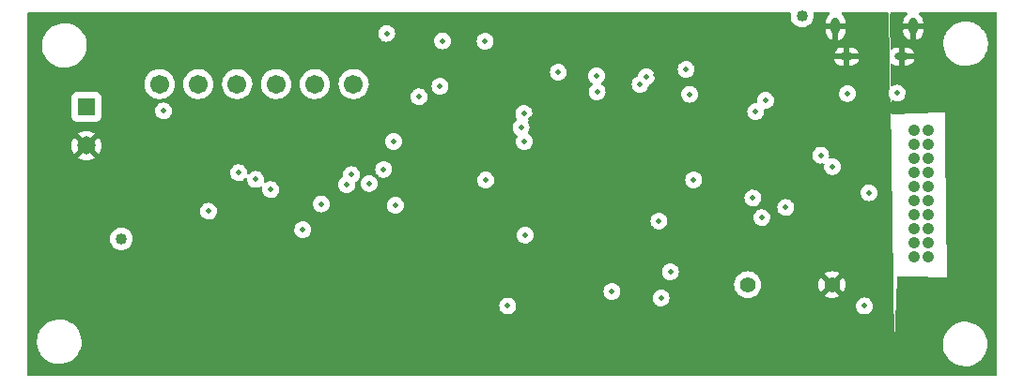
<source format=gbr>
%TF.GenerationSoftware,KiCad,Pcbnew,(6.0.9)*%
%TF.CreationDate,2022-12-18T19:34:30-07:00*%
%TF.ProjectId,Flight-Computer-Lite,466c6967-6874-42d4-936f-6d7075746572,rev?*%
%TF.SameCoordinates,Original*%
%TF.FileFunction,Copper,L2,Inr*%
%TF.FilePolarity,Positive*%
%FSLAX46Y46*%
G04 Gerber Fmt 4.6, Leading zero omitted, Abs format (unit mm)*
G04 Created by KiCad (PCBNEW (6.0.9)) date 2022-12-18 19:34:30*
%MOMM*%
%LPD*%
G01*
G04 APERTURE LIST*
%TA.AperFunction,ComponentPad*%
%ADD10C,1.066800*%
%TD*%
%TA.AperFunction,ComponentPad*%
%ADD11O,1.300000X0.650000*%
%TD*%
%TA.AperFunction,ComponentPad*%
%ADD12O,0.775000X1.550000*%
%TD*%
%TA.AperFunction,ComponentPad*%
%ADD13R,1.650000X1.650000*%
%TD*%
%TA.AperFunction,ComponentPad*%
%ADD14C,1.650000*%
%TD*%
%TA.AperFunction,ComponentPad*%
%ADD15C,1.701800*%
%TD*%
%TA.AperFunction,ComponentPad*%
%ADD16C,1.408000*%
%TD*%
%TA.AperFunction,ViaPad*%
%ADD17C,0.499999*%
%TD*%
%TA.AperFunction,ViaPad*%
%ADD18C,1.016000*%
%TD*%
G04 APERTURE END LIST*
D10*
%TO.N,3.3V*%
%TO.C,P2*%
X231230550Y-87706200D03*
X232500550Y-87706200D03*
%TO.N,Earth*%
X231230550Y-88976200D03*
X232500550Y-88976200D03*
X231230550Y-90246200D03*
X232500550Y-90246200D03*
%TO.N,SWDIO*%
X231230550Y-91516200D03*
%TO.N,Earth*%
X232500550Y-91516200D03*
%TO.N,SWCLK*%
X231230550Y-92786200D03*
%TO.N,Earth*%
X232500550Y-92786200D03*
%TO.N,unconnected-(P2-Pad11)*%
X231230550Y-94056200D03*
%TO.N,Earth*%
X232500550Y-94056200D03*
%TO.N,SWO*%
X231230550Y-95326200D03*
%TO.N,Earth*%
X232500550Y-95326200D03*
%TO.N,NRST*%
X231230550Y-96596200D03*
%TO.N,Earth*%
X232500550Y-96596200D03*
%TO.N,unconnected-(P2-Pad17)*%
X231230550Y-97866200D03*
%TO.N,Earth*%
X232500550Y-97866200D03*
%TO.N,unconnected-(P2-Pad19)*%
X231230550Y-99136200D03*
%TO.N,Earth*%
X232500550Y-99136200D03*
%TD*%
D11*
%TO.N,Earth*%
%TO.C,P3*%
X230185600Y-81021500D03*
D12*
X231185600Y-78321500D03*
X224185600Y-78321500D03*
D11*
X225185600Y-81021500D03*
%TD*%
D13*
%TO.N,/PIN_SCREW*%
%TO.C,P1*%
X156670400Y-85575200D03*
D14*
%TO.N,Earth*%
X156670400Y-89075200D03*
%TD*%
D15*
%TO.N,VIN*%
%TO.C,P4*%
X180758803Y-83500501D03*
%TO.N,VIN_SW*%
X177258800Y-83500501D03*
X173758799Y-83500501D03*
%TO.N,Net-(P4-Pad4)*%
X170258798Y-83500501D03*
%TO.N,VIN_SW*%
X166758798Y-83500501D03*
%TO.N,Net-(P4-Pad6)*%
X163258797Y-83500501D03*
%TD*%
D16*
%TO.N,BEEP*%
%TO.C,BZ1*%
X216265600Y-101625400D03*
%TO.N,Earth*%
X223865600Y-101625400D03*
%TD*%
D17*
%TO.N,/Peripherals/D-*%
X222846900Y-89928700D03*
%TO.N,SWO*%
X202692000Y-84201000D03*
%TO.N,Earth*%
X196742900Y-86695700D03*
%TO.N,~{DROGUE_CONT}*%
X196088000Y-86156800D03*
%TO.N,~{MAIN_CONT}*%
X180543200Y-91694000D03*
X184353200Y-88696800D03*
%TO.N,BP_SDA*%
X186639200Y-84658200D03*
%TO.N,~{SWITCH}*%
X202641200Y-82753200D03*
X183464200Y-91211400D03*
%TO.N,~{DROGUE_CONT}*%
X184533600Y-94465200D03*
%TO.N,3.3V*%
X182143400Y-92481400D03*
%TO.N,Earth*%
X180009800Y-94513400D03*
%TO.N,VCOMP*%
X180111400Y-92608400D03*
X173278800Y-93040200D03*
X170383200Y-91516200D03*
%TO.N,Net-(P4-Pad4)*%
X171932600Y-92125800D03*
%TO.N,Net-(P4-Pad6)*%
X177825400Y-94335600D03*
%TO.N,3.3V*%
X176174400Y-96647000D03*
%TO.N,Earth*%
X167640000Y-93116400D03*
D18*
X165468300Y-101942900D03*
%TO.N,3.3V*%
X159816800Y-97485200D03*
D17*
X167662800Y-94993400D03*
%TO.N,Earth*%
X172999400Y-95351600D03*
%TO.N,3.3V*%
X163604000Y-85930800D03*
%TO.N,Earth*%
X189877700Y-94932500D03*
X182092600Y-85953600D03*
%TO.N,BP_SDA*%
X199204500Y-82440700D03*
%TO.N,3.3V*%
X183730000Y-78931400D03*
X188773800Y-79602600D03*
%TO.N,Earth*%
X184886600Y-82042000D03*
X186588400Y-82423000D03*
X189992000Y-82067400D03*
%TO.N,3.3V*%
X188544200Y-83718400D03*
%TO.N,Earth*%
X191832600Y-90691600D03*
X189128400Y-86461600D03*
%TO.N,3.3V*%
X195834000Y-87426800D03*
D18*
%TO.N,Earth*%
X178257200Y-88595200D03*
X169011600Y-88646000D03*
%TO.N,VIN*%
X221164430Y-77361770D03*
D17*
%TO.N,3.3V*%
X192608200Y-79629000D03*
%TO.N,Earth*%
X191211200Y-78232000D03*
X196621400Y-78968600D03*
%TO.N,USB_DETECT*%
X211404200Y-92151200D03*
%TO.N,3.3V*%
X208270800Y-95868800D03*
%TO.N,Earth*%
X208026000Y-98247200D03*
X209959000Y-106403200D03*
%TO.N,FLASH_SCK*%
X208457800Y-102819200D03*
X209296000Y-100457000D03*
%TO.N,3.3V*%
X204038200Y-102235000D03*
X194640200Y-103555800D03*
X192646800Y-92188800D03*
X196204500Y-97140100D03*
%TO.N,Earth*%
X181559401Y-102463399D03*
X194501400Y-101103800D03*
X192938400Y-106095800D03*
%TO.N,USB_DETECT*%
X217525600Y-95580200D03*
%TO.N,3.3V*%
X226796600Y-103555800D03*
%TO.N,NRST*%
X196146800Y-88688800D03*
%TO.N,3.3V*%
X227200400Y-93322200D03*
%TO.N,SWCLK*%
X206578200Y-83540600D03*
%TO.N,SWDIO*%
X207137000Y-82854800D03*
%TO.N,TX_USB*%
X216738200Y-93802200D03*
X219700000Y-94650400D03*
%TO.N,~{USB_RST}*%
X211048600Y-84429600D03*
X216989600Y-86007000D03*
%TO.N,Earth*%
X215747600Y-88188800D03*
%TO.N,3.3V*%
X217881200Y-84988400D03*
X210724000Y-82188800D03*
%TO.N,Earth*%
X213055200Y-81915000D03*
X208014200Y-82688800D03*
%TO.N,5V*%
X225272600Y-84353400D03*
X229717600Y-84328000D03*
%TO.N,Earth*%
X226034600Y-87985600D03*
X228066600Y-86995000D03*
%TO.N,/Peripherals/D-*%
X223926400Y-90957400D03*
%TD*%
%TA.AperFunction,Conductor*%
%TO.N,Earth*%
G36*
X220107796Y-77033302D02*
G01*
X220154289Y-77086958D01*
X220164890Y-77153344D01*
X220151834Y-77269751D01*
X220143112Y-77347509D01*
X220159792Y-77546156D01*
X220214740Y-77737779D01*
X220305860Y-77915081D01*
X220429683Y-78071307D01*
X220581493Y-78200507D01*
X220586871Y-78203513D01*
X220586873Y-78203514D01*
X220628827Y-78226961D01*
X220755506Y-78297759D01*
X220761365Y-78299663D01*
X220761368Y-78299664D01*
X220797131Y-78311284D01*
X220945095Y-78359361D01*
X220951205Y-78360090D01*
X220951207Y-78360090D01*
X221018744Y-78368143D01*
X221143039Y-78382964D01*
X221149174Y-78382492D01*
X221149176Y-78382492D01*
X221335656Y-78368143D01*
X221335661Y-78368142D01*
X221341797Y-78367670D01*
X221347727Y-78366014D01*
X221347729Y-78366014D01*
X221437798Y-78340866D01*
X221533800Y-78314062D01*
X221539300Y-78311284D01*
X221706232Y-78226961D01*
X221706234Y-78226960D01*
X221711733Y-78224182D01*
X221868820Y-78101452D01*
X221892794Y-78073678D01*
X221995048Y-77955216D01*
X221995049Y-77955214D01*
X221999077Y-77950548D01*
X222097542Y-77777218D01*
X222160465Y-77588064D01*
X222166535Y-77540017D01*
X222185008Y-77393793D01*
X222185009Y-77393783D01*
X222185450Y-77390290D01*
X222185848Y-77361770D01*
X222166395Y-77163376D01*
X222166013Y-77162110D01*
X222172249Y-77093070D01*
X222215850Y-77037039D01*
X222289461Y-77013300D01*
X223541531Y-77013300D01*
X223609652Y-77033302D01*
X223656145Y-77086958D01*
X223666249Y-77157232D01*
X223636755Y-77221812D01*
X223615592Y-77241236D01*
X223588432Y-77260969D01*
X223578678Y-77269751D01*
X223461553Y-77399831D01*
X223453831Y-77410459D01*
X223366318Y-77562038D01*
X223360972Y-77574046D01*
X223306884Y-77740510D01*
X223304154Y-77753353D01*
X223290444Y-77883797D01*
X223290100Y-77890356D01*
X223290100Y-78049385D01*
X223294575Y-78064624D01*
X223295965Y-78065829D01*
X223303648Y-78067500D01*
X225062985Y-78067500D01*
X225078224Y-78063025D01*
X225079429Y-78061635D01*
X225081100Y-78053952D01*
X225081100Y-77890356D01*
X225080756Y-77883797D01*
X225067046Y-77753353D01*
X225064316Y-77740510D01*
X225010228Y-77574046D01*
X225004882Y-77562038D01*
X224917369Y-77410459D01*
X224909647Y-77399831D01*
X224792522Y-77269751D01*
X224782768Y-77260969D01*
X224755608Y-77241236D01*
X224712254Y-77185014D01*
X224706179Y-77114277D01*
X224739311Y-77051486D01*
X224801131Y-77016574D01*
X224829669Y-77013300D01*
X228865793Y-77013300D01*
X228933914Y-77033302D01*
X228980407Y-77086958D01*
X228991776Y-77137236D01*
X228993480Y-77241236D01*
X229059796Y-81289565D01*
X229059796Y-81289567D01*
X229080947Y-82580706D01*
X229101572Y-83839731D01*
X229101647Y-83844323D01*
X229081575Y-83914640D01*
X229033905Y-83988611D01*
X229031496Y-83995231D01*
X229031494Y-83995234D01*
X228984750Y-84123662D01*
X228975704Y-84148516D01*
X228954376Y-84317343D01*
X228970982Y-84486699D01*
X228973206Y-84493384D01*
X228973206Y-84493385D01*
X228982144Y-84520253D01*
X229024695Y-84648167D01*
X229028342Y-84654189D01*
X229028343Y-84654191D01*
X229099671Y-84771967D01*
X229117878Y-84835174D01*
X229482649Y-107102827D01*
X229482650Y-107102829D01*
X229528141Y-109879900D01*
X151459700Y-109879900D01*
X151391579Y-109859898D01*
X151345086Y-109806242D01*
X151333700Y-109753900D01*
X151333700Y-106711333D01*
X152216622Y-106711333D01*
X152226425Y-106992058D01*
X152227187Y-106996381D01*
X152227188Y-106996388D01*
X152250964Y-107131224D01*
X152275202Y-107268687D01*
X152362003Y-107535835D01*
X152485140Y-107788302D01*
X152487595Y-107791941D01*
X152487598Y-107791947D01*
X152560690Y-107900310D01*
X152642215Y-108021176D01*
X152830171Y-108229922D01*
X153045350Y-108410479D01*
X153283564Y-108559331D01*
X153540175Y-108673582D01*
X153810190Y-108751007D01*
X153814540Y-108751618D01*
X153814543Y-108751619D01*
X153917490Y-108766087D01*
X154088352Y-108790100D01*
X154298946Y-108790100D01*
X154301132Y-108789947D01*
X154301136Y-108789947D01*
X154504627Y-108775718D01*
X154504632Y-108775717D01*
X154509012Y-108775411D01*
X154783770Y-108717009D01*
X154787899Y-108715506D01*
X154787903Y-108715505D01*
X155043581Y-108622446D01*
X155043585Y-108622444D01*
X155047726Y-108620937D01*
X155295742Y-108489064D01*
X155400696Y-108412811D01*
X155519429Y-108326547D01*
X155519432Y-108326544D01*
X155522992Y-108323958D01*
X155725052Y-108128831D01*
X155897988Y-107907482D01*
X155900184Y-107903678D01*
X155900189Y-107903671D01*
X156036235Y-107668031D01*
X156038436Y-107664219D01*
X156143662Y-107403776D01*
X156177344Y-107268687D01*
X156210553Y-107135493D01*
X156210554Y-107135488D01*
X156211617Y-107131224D01*
X156214602Y-107102829D01*
X156240519Y-106856236D01*
X156240519Y-106856233D01*
X156240978Y-106851867D01*
X156231175Y-106571142D01*
X156207408Y-106436349D01*
X156183160Y-106298836D01*
X156182398Y-106294513D01*
X156095597Y-106027365D01*
X155972460Y-105774898D01*
X155970005Y-105771259D01*
X155970002Y-105771253D01*
X155889735Y-105652253D01*
X155815385Y-105542024D01*
X155627429Y-105333278D01*
X155412250Y-105152721D01*
X155174036Y-105003869D01*
X154917425Y-104889618D01*
X154647410Y-104812193D01*
X154643060Y-104811582D01*
X154643057Y-104811581D01*
X154540110Y-104797113D01*
X154369248Y-104773100D01*
X154158654Y-104773100D01*
X154156468Y-104773253D01*
X154156464Y-104773253D01*
X153952973Y-104787482D01*
X153952968Y-104787483D01*
X153948588Y-104787789D01*
X153673830Y-104846191D01*
X153669701Y-104847694D01*
X153669697Y-104847695D01*
X153414019Y-104940754D01*
X153414015Y-104940756D01*
X153409874Y-104942263D01*
X153161858Y-105074136D01*
X153158299Y-105076722D01*
X153158297Y-105076723D01*
X153053695Y-105152721D01*
X152934608Y-105239242D01*
X152732548Y-105434369D01*
X152559612Y-105655718D01*
X152557416Y-105659522D01*
X152557411Y-105659529D01*
X152443594Y-105856668D01*
X152419164Y-105898981D01*
X152313938Y-106159424D01*
X152312873Y-106163697D01*
X152312872Y-106163699D01*
X152279179Y-106298836D01*
X152245983Y-106431976D01*
X152216622Y-106711333D01*
X151333700Y-106711333D01*
X151333700Y-103545143D01*
X193876976Y-103545143D01*
X193893582Y-103714499D01*
X193947295Y-103875967D01*
X193950942Y-103881989D01*
X193950943Y-103881991D01*
X193968248Y-103910564D01*
X194035447Y-104021523D01*
X194040343Y-104026593D01*
X194059507Y-104046438D01*
X194153656Y-104143931D01*
X194296046Y-104237109D01*
X194455542Y-104296425D01*
X194462523Y-104297356D01*
X194462525Y-104297357D01*
X194508626Y-104303508D01*
X194624215Y-104318931D01*
X194631226Y-104318293D01*
X194631230Y-104318293D01*
X194786661Y-104304147D01*
X194793682Y-104303508D01*
X194800384Y-104301330D01*
X194800386Y-104301330D01*
X194948823Y-104253100D01*
X194948826Y-104253099D01*
X194955522Y-104250923D01*
X195027267Y-104208154D01*
X195095634Y-104167400D01*
X195095637Y-104167398D01*
X195101689Y-104163790D01*
X195224920Y-104046438D01*
X195319090Y-103904702D01*
X195327717Y-103881991D01*
X195377017Y-103752209D01*
X195377018Y-103752206D01*
X195379518Y-103745624D01*
X195403200Y-103577113D01*
X195403498Y-103555800D01*
X195394177Y-103472695D01*
X195385315Y-103393688D01*
X195385314Y-103393685D01*
X195384530Y-103386692D01*
X195328567Y-103225990D01*
X195322582Y-103216411D01*
X195242125Y-103087653D01*
X195238392Y-103081679D01*
X195166242Y-103009024D01*
X195123449Y-102965931D01*
X195123445Y-102965928D01*
X195118485Y-102960933D01*
X194974808Y-102869752D01*
X194814500Y-102812669D01*
X194645529Y-102792521D01*
X194638526Y-102793257D01*
X194638525Y-102793257D01*
X194483301Y-102809571D01*
X194483297Y-102809572D01*
X194476293Y-102810308D01*
X194469622Y-102812579D01*
X194321874Y-102862876D01*
X194321871Y-102862877D01*
X194315204Y-102865147D01*
X194309206Y-102868837D01*
X194309204Y-102868838D01*
X194301579Y-102873529D01*
X194170267Y-102954313D01*
X194165236Y-102959240D01*
X194165233Y-102959242D01*
X194109476Y-103013843D01*
X194048686Y-103073373D01*
X193956505Y-103216411D01*
X193954096Y-103223031D01*
X193954095Y-103223032D01*
X193929723Y-103289993D01*
X193898304Y-103376316D01*
X193876976Y-103545143D01*
X151333700Y-103545143D01*
X151333700Y-102224343D01*
X203274976Y-102224343D01*
X203291582Y-102393699D01*
X203345295Y-102555167D01*
X203348942Y-102561189D01*
X203348943Y-102561191D01*
X203366248Y-102589764D01*
X203433447Y-102700723D01*
X203438343Y-102705793D01*
X203457507Y-102725638D01*
X203551656Y-102823131D01*
X203694046Y-102916309D01*
X203853542Y-102975625D01*
X203860523Y-102976556D01*
X203860525Y-102976557D01*
X203906626Y-102982708D01*
X204022215Y-102998131D01*
X204029226Y-102997493D01*
X204029230Y-102997493D01*
X204184661Y-102983347D01*
X204191682Y-102982708D01*
X204198384Y-102980530D01*
X204198386Y-102980530D01*
X204346823Y-102932300D01*
X204346826Y-102932299D01*
X204353522Y-102930123D01*
X204425267Y-102887354D01*
X204493634Y-102846600D01*
X204493637Y-102846598D01*
X204499689Y-102842990D01*
X204535862Y-102808543D01*
X207694576Y-102808543D01*
X207711182Y-102977899D01*
X207764895Y-103139367D01*
X207768542Y-103145389D01*
X207768543Y-103145391D01*
X207785848Y-103173964D01*
X207853047Y-103284923D01*
X207857943Y-103289993D01*
X207877107Y-103309838D01*
X207971256Y-103407331D01*
X208113646Y-103500509D01*
X208273142Y-103559825D01*
X208280123Y-103560756D01*
X208280125Y-103560757D01*
X208326226Y-103566908D01*
X208441815Y-103582331D01*
X208448826Y-103581693D01*
X208448830Y-103581693D01*
X208604261Y-103567547D01*
X208611282Y-103566908D01*
X208617984Y-103564730D01*
X208617986Y-103564730D01*
X208678269Y-103545143D01*
X226033376Y-103545143D01*
X226049982Y-103714499D01*
X226103695Y-103875967D01*
X226107342Y-103881989D01*
X226107343Y-103881991D01*
X226124648Y-103910564D01*
X226191847Y-104021523D01*
X226196743Y-104026593D01*
X226215907Y-104046438D01*
X226310056Y-104143931D01*
X226452446Y-104237109D01*
X226611942Y-104296425D01*
X226618923Y-104297356D01*
X226618925Y-104297357D01*
X226665026Y-104303508D01*
X226780615Y-104318931D01*
X226787626Y-104318293D01*
X226787630Y-104318293D01*
X226943061Y-104304147D01*
X226950082Y-104303508D01*
X226956784Y-104301330D01*
X226956786Y-104301330D01*
X227105223Y-104253100D01*
X227105226Y-104253099D01*
X227111922Y-104250923D01*
X227183667Y-104208154D01*
X227252034Y-104167400D01*
X227252037Y-104167398D01*
X227258089Y-104163790D01*
X227381320Y-104046438D01*
X227475490Y-103904702D01*
X227484117Y-103881991D01*
X227533417Y-103752209D01*
X227533418Y-103752206D01*
X227535918Y-103745624D01*
X227559600Y-103577113D01*
X227559898Y-103555800D01*
X227550577Y-103472695D01*
X227541715Y-103393688D01*
X227541714Y-103393685D01*
X227540930Y-103386692D01*
X227484967Y-103225990D01*
X227478982Y-103216411D01*
X227398525Y-103087653D01*
X227394792Y-103081679D01*
X227322642Y-103009024D01*
X227279849Y-102965931D01*
X227279845Y-102965928D01*
X227274885Y-102960933D01*
X227131208Y-102869752D01*
X226970900Y-102812669D01*
X226801929Y-102792521D01*
X226794926Y-102793257D01*
X226794925Y-102793257D01*
X226639701Y-102809571D01*
X226639697Y-102809572D01*
X226632693Y-102810308D01*
X226626022Y-102812579D01*
X226478274Y-102862876D01*
X226478271Y-102862877D01*
X226471604Y-102865147D01*
X226465606Y-102868837D01*
X226465604Y-102868838D01*
X226457979Y-102873529D01*
X226326667Y-102954313D01*
X226321636Y-102959240D01*
X226321633Y-102959242D01*
X226265876Y-103013843D01*
X226205086Y-103073373D01*
X226112905Y-103216411D01*
X226110496Y-103223031D01*
X226110495Y-103223032D01*
X226086123Y-103289993D01*
X226054704Y-103376316D01*
X226033376Y-103545143D01*
X208678269Y-103545143D01*
X208766423Y-103516500D01*
X208766426Y-103516499D01*
X208773122Y-103514323D01*
X208844867Y-103471554D01*
X208913234Y-103430800D01*
X208913237Y-103430798D01*
X208919289Y-103427190D01*
X209042520Y-103309838D01*
X209136690Y-103168102D01*
X209145317Y-103145391D01*
X209194617Y-103015609D01*
X209194618Y-103015606D01*
X209197118Y-103009024D01*
X209220800Y-102840513D01*
X209221024Y-102824520D01*
X209221043Y-102823161D01*
X209221043Y-102823155D01*
X209221098Y-102819200D01*
X209202130Y-102650092D01*
X209146167Y-102489390D01*
X209140182Y-102479811D01*
X209059725Y-102351053D01*
X209055992Y-102345079D01*
X208967843Y-102256313D01*
X208941049Y-102229331D01*
X208941045Y-102229328D01*
X208936085Y-102224333D01*
X208792408Y-102133152D01*
X208632100Y-102076069D01*
X208463129Y-102055921D01*
X208456126Y-102056657D01*
X208456125Y-102056657D01*
X208300901Y-102072971D01*
X208300897Y-102072972D01*
X208293893Y-102073708D01*
X208287222Y-102075979D01*
X208139474Y-102126276D01*
X208139471Y-102126277D01*
X208132804Y-102128547D01*
X208126806Y-102132237D01*
X208126804Y-102132238D01*
X208119179Y-102136929D01*
X207987867Y-102217713D01*
X207982836Y-102222640D01*
X207982833Y-102222642D01*
X207944457Y-102260223D01*
X207866286Y-102336773D01*
X207774105Y-102479811D01*
X207771696Y-102486431D01*
X207771695Y-102486432D01*
X207744578Y-102560936D01*
X207715904Y-102639716D01*
X207694576Y-102808543D01*
X204535862Y-102808543D01*
X204622920Y-102725638D01*
X204670153Y-102654548D01*
X204713195Y-102589764D01*
X204717090Y-102583902D01*
X204727014Y-102557777D01*
X204775017Y-102431409D01*
X204775018Y-102431406D01*
X204777518Y-102424824D01*
X204801200Y-102256313D01*
X204801498Y-102235000D01*
X204783672Y-102076069D01*
X204783315Y-102072888D01*
X204783314Y-102072885D01*
X204782530Y-102065892D01*
X204726567Y-101905190D01*
X204720582Y-101895611D01*
X204640125Y-101766853D01*
X204636392Y-101760879D01*
X204576439Y-101700506D01*
X204521449Y-101645131D01*
X204521445Y-101645128D01*
X204516485Y-101640133D01*
X204493270Y-101625400D01*
X215048468Y-101625400D01*
X215066959Y-101836753D01*
X215068383Y-101842066D01*
X215068383Y-101842068D01*
X215085297Y-101905190D01*
X215121870Y-102041684D01*
X215124192Y-102046664D01*
X215124193Y-102046666D01*
X215209207Y-102228979D01*
X215209210Y-102228984D01*
X215211533Y-102233966D01*
X215242351Y-102277978D01*
X215318472Y-102386690D01*
X215333223Y-102407757D01*
X215483243Y-102557777D01*
X215487751Y-102560934D01*
X215487754Y-102560936D01*
X215520553Y-102583902D01*
X215657034Y-102679467D01*
X215662016Y-102681790D01*
X215662021Y-102681793D01*
X215843318Y-102766333D01*
X215849316Y-102769130D01*
X215854624Y-102770552D01*
X215854626Y-102770553D01*
X216048932Y-102822617D01*
X216048934Y-102822617D01*
X216054247Y-102824041D01*
X216265600Y-102842532D01*
X216476953Y-102824041D01*
X216482266Y-102822617D01*
X216482268Y-102822617D01*
X216676574Y-102770553D01*
X216676576Y-102770552D01*
X216681884Y-102769130D01*
X216687882Y-102766333D01*
X216869179Y-102681793D01*
X216869184Y-102681790D01*
X216874166Y-102679467D01*
X216926913Y-102642533D01*
X223213022Y-102642533D01*
X223222318Y-102654548D01*
X223252776Y-102675875D01*
X223262272Y-102681358D01*
X223444503Y-102766333D01*
X223454799Y-102770081D01*
X223649024Y-102822124D01*
X223659811Y-102824026D01*
X223860125Y-102841551D01*
X223871075Y-102841551D01*
X224071389Y-102824026D01*
X224082176Y-102822124D01*
X224276401Y-102770081D01*
X224286697Y-102766333D01*
X224468928Y-102681358D01*
X224478424Y-102675875D01*
X224509720Y-102653961D01*
X224518095Y-102643484D01*
X224511026Y-102630036D01*
X223878412Y-101997422D01*
X223864468Y-101989808D01*
X223862635Y-101989939D01*
X223856020Y-101994190D01*
X223219452Y-102630758D01*
X223213022Y-102642533D01*
X216926913Y-102642533D01*
X217010647Y-102583902D01*
X217043446Y-102560936D01*
X217043449Y-102560934D01*
X217047957Y-102557777D01*
X217197977Y-102407757D01*
X217212729Y-102386690D01*
X217288849Y-102277978D01*
X217319667Y-102233966D01*
X217321990Y-102228984D01*
X217321993Y-102228979D01*
X217407007Y-102046666D01*
X217407008Y-102046664D01*
X217409330Y-102041684D01*
X217445904Y-101905190D01*
X217462817Y-101842068D01*
X217462817Y-101842066D01*
X217464241Y-101836753D01*
X217482253Y-101630875D01*
X222649449Y-101630875D01*
X222666974Y-101831189D01*
X222668876Y-101841976D01*
X222720919Y-102036201D01*
X222724667Y-102046497D01*
X222809642Y-102228728D01*
X222815125Y-102238224D01*
X222837039Y-102269520D01*
X222847516Y-102277895D01*
X222860964Y-102270826D01*
X223493578Y-101638212D01*
X223499956Y-101626532D01*
X224230008Y-101626532D01*
X224230139Y-101628365D01*
X224234390Y-101634980D01*
X224870958Y-102271548D01*
X224882733Y-102277978D01*
X224894748Y-102268682D01*
X224916075Y-102238224D01*
X224921558Y-102228728D01*
X225006533Y-102046497D01*
X225010281Y-102036201D01*
X225062324Y-101841976D01*
X225064226Y-101831189D01*
X225081751Y-101630875D01*
X225081751Y-101619925D01*
X225064226Y-101419611D01*
X225062324Y-101408824D01*
X225010281Y-101214599D01*
X225006533Y-101204303D01*
X224921558Y-101022072D01*
X224916075Y-101012576D01*
X224894161Y-100981280D01*
X224883684Y-100972905D01*
X224870236Y-100979974D01*
X224237622Y-101612588D01*
X224230008Y-101626532D01*
X223499956Y-101626532D01*
X223501192Y-101624268D01*
X223501061Y-101622435D01*
X223496810Y-101615820D01*
X222860242Y-100979252D01*
X222848467Y-100972822D01*
X222836452Y-100982118D01*
X222815125Y-101012576D01*
X222809642Y-101022072D01*
X222724667Y-101204303D01*
X222720919Y-101214599D01*
X222668876Y-101408824D01*
X222666974Y-101419611D01*
X222649449Y-101619925D01*
X222649449Y-101630875D01*
X217482253Y-101630875D01*
X217482732Y-101625400D01*
X217464241Y-101414047D01*
X217421190Y-101253378D01*
X217410753Y-101214426D01*
X217410752Y-101214424D01*
X217409330Y-101209116D01*
X217381072Y-101148516D01*
X217321993Y-101021821D01*
X217321990Y-101021816D01*
X217319667Y-101016834D01*
X217197977Y-100843043D01*
X217047957Y-100693023D01*
X217043449Y-100689866D01*
X217043446Y-100689864D01*
X216947076Y-100622385D01*
X216925555Y-100607316D01*
X223213105Y-100607316D01*
X223220174Y-100620764D01*
X223852788Y-101253378D01*
X223866732Y-101260992D01*
X223868565Y-101260861D01*
X223875180Y-101256610D01*
X224511748Y-100620042D01*
X224518178Y-100608267D01*
X224508882Y-100596252D01*
X224478424Y-100574925D01*
X224468928Y-100569442D01*
X224286697Y-100484467D01*
X224276401Y-100480719D01*
X224082176Y-100428676D01*
X224071389Y-100426774D01*
X223871075Y-100409249D01*
X223860125Y-100409249D01*
X223659811Y-100426774D01*
X223649024Y-100428676D01*
X223454799Y-100480719D01*
X223444503Y-100484467D01*
X223262272Y-100569442D01*
X223252776Y-100574925D01*
X223221480Y-100596839D01*
X223213105Y-100607316D01*
X216925555Y-100607316D01*
X216874166Y-100571333D01*
X216869184Y-100569010D01*
X216869179Y-100569007D01*
X216686866Y-100483993D01*
X216686864Y-100483992D01*
X216681884Y-100481670D01*
X216676576Y-100480248D01*
X216676574Y-100480247D01*
X216482268Y-100428183D01*
X216482266Y-100428183D01*
X216476953Y-100426759D01*
X216265600Y-100408268D01*
X216054247Y-100426759D01*
X216048934Y-100428183D01*
X216048932Y-100428183D01*
X215854626Y-100480247D01*
X215854624Y-100480248D01*
X215849316Y-100481670D01*
X215844336Y-100483992D01*
X215844334Y-100483993D01*
X215662021Y-100569007D01*
X215662016Y-100569010D01*
X215657034Y-100571333D01*
X215584124Y-100622385D01*
X215487754Y-100689864D01*
X215487751Y-100689866D01*
X215483243Y-100693023D01*
X215333223Y-100843043D01*
X215211533Y-101016834D01*
X215209210Y-101021816D01*
X215209207Y-101021821D01*
X215150128Y-101148516D01*
X215121870Y-101209116D01*
X215120448Y-101214424D01*
X215120447Y-101214426D01*
X215110010Y-101253378D01*
X215066959Y-101414047D01*
X215048468Y-101625400D01*
X204493270Y-101625400D01*
X204372808Y-101548952D01*
X204212500Y-101491869D01*
X204043529Y-101471721D01*
X204036526Y-101472457D01*
X204036525Y-101472457D01*
X203881301Y-101488771D01*
X203881297Y-101488772D01*
X203874293Y-101489508D01*
X203867622Y-101491779D01*
X203719874Y-101542076D01*
X203719871Y-101542077D01*
X203713204Y-101544347D01*
X203707206Y-101548037D01*
X203707204Y-101548038D01*
X203699579Y-101552729D01*
X203568267Y-101633513D01*
X203563236Y-101638440D01*
X203563233Y-101638442D01*
X203507477Y-101693043D01*
X203446686Y-101752573D01*
X203354505Y-101895611D01*
X203352096Y-101902231D01*
X203352095Y-101902232D01*
X203303334Y-102036201D01*
X203296304Y-102055516D01*
X203274976Y-102224343D01*
X151333700Y-102224343D01*
X151333700Y-100446343D01*
X208532776Y-100446343D01*
X208549382Y-100615699D01*
X208603095Y-100777167D01*
X208606742Y-100783189D01*
X208606743Y-100783191D01*
X208624048Y-100811764D01*
X208691247Y-100922723D01*
X208696143Y-100927793D01*
X208715307Y-100947638D01*
X208809456Y-101045131D01*
X208951846Y-101138309D01*
X209111342Y-101197625D01*
X209118323Y-101198556D01*
X209118325Y-101198557D01*
X209164426Y-101204708D01*
X209280015Y-101220131D01*
X209287026Y-101219493D01*
X209287030Y-101219493D01*
X209442461Y-101205347D01*
X209449482Y-101204708D01*
X209456184Y-101202530D01*
X209456186Y-101202530D01*
X209604623Y-101154300D01*
X209604626Y-101154299D01*
X209611322Y-101152123D01*
X209683067Y-101109354D01*
X209751434Y-101068600D01*
X209751437Y-101068598D01*
X209757489Y-101064990D01*
X209880720Y-100947638D01*
X209974890Y-100805902D01*
X209983517Y-100783191D01*
X210032817Y-100653409D01*
X210032818Y-100653406D01*
X210035318Y-100646824D01*
X210059000Y-100478313D01*
X210059298Y-100457000D01*
X210040330Y-100287892D01*
X209984367Y-100127190D01*
X209978382Y-100117611D01*
X209897925Y-99988853D01*
X209894192Y-99982879D01*
X209834238Y-99922506D01*
X209779249Y-99867131D01*
X209779245Y-99867128D01*
X209774285Y-99862133D01*
X209630608Y-99770952D01*
X209470300Y-99713869D01*
X209301329Y-99693721D01*
X209294326Y-99694457D01*
X209294325Y-99694457D01*
X209139101Y-99710771D01*
X209139097Y-99710772D01*
X209132093Y-99711508D01*
X209125422Y-99713779D01*
X208977674Y-99764076D01*
X208977671Y-99764077D01*
X208971004Y-99766347D01*
X208965006Y-99770037D01*
X208965004Y-99770038D01*
X208957379Y-99774729D01*
X208826067Y-99855513D01*
X208821036Y-99860440D01*
X208821033Y-99860442D01*
X208765277Y-99915043D01*
X208704486Y-99974573D01*
X208612305Y-100117611D01*
X208609896Y-100124231D01*
X208609895Y-100124232D01*
X208606396Y-100133845D01*
X208554104Y-100277516D01*
X208532776Y-100446343D01*
X151333700Y-100446343D01*
X151333700Y-97470939D01*
X158795482Y-97470939D01*
X158812162Y-97669586D01*
X158830085Y-97732089D01*
X158860283Y-97837400D01*
X158867110Y-97861209D01*
X158958230Y-98038511D01*
X159082053Y-98194737D01*
X159233863Y-98323937D01*
X159239241Y-98326943D01*
X159239243Y-98326944D01*
X159281197Y-98350391D01*
X159407876Y-98421189D01*
X159413735Y-98423093D01*
X159413738Y-98423094D01*
X159449501Y-98434714D01*
X159597465Y-98482791D01*
X159603575Y-98483520D01*
X159603577Y-98483520D01*
X159671114Y-98491573D01*
X159795409Y-98506394D01*
X159801544Y-98505922D01*
X159801546Y-98505922D01*
X159988026Y-98491573D01*
X159988031Y-98491572D01*
X159994167Y-98491100D01*
X160000097Y-98489444D01*
X160000099Y-98489444D01*
X160090169Y-98464296D01*
X160186170Y-98437492D01*
X160191670Y-98434714D01*
X160358602Y-98350391D01*
X160358604Y-98350390D01*
X160364103Y-98347612D01*
X160521190Y-98224882D01*
X160543762Y-98198732D01*
X160647418Y-98078646D01*
X160647419Y-98078644D01*
X160651447Y-98073978D01*
X160749912Y-97900648D01*
X160812835Y-97711494D01*
X160826946Y-97599796D01*
X160837378Y-97517223D01*
X160837379Y-97517213D01*
X160837820Y-97513720D01*
X160838218Y-97485200D01*
X160818765Y-97286806D01*
X160816984Y-97280907D01*
X160816983Y-97280902D01*
X160762929Y-97101867D01*
X160761148Y-97095968D01*
X160698417Y-96977988D01*
X160670455Y-96925398D01*
X160670453Y-96925395D01*
X160667561Y-96919956D01*
X160663671Y-96915186D01*
X160663668Y-96915182D01*
X160545463Y-96770249D01*
X160545460Y-96770246D01*
X160541568Y-96765474D01*
X160387970Y-96638406D01*
X160384155Y-96636343D01*
X175411176Y-96636343D01*
X175427782Y-96805699D01*
X175481495Y-96967167D01*
X175485142Y-96973189D01*
X175485143Y-96973191D01*
X175502448Y-97001764D01*
X175569647Y-97112723D01*
X175574543Y-97117793D01*
X175592282Y-97136162D01*
X175687856Y-97235131D01*
X175830246Y-97328309D01*
X175989742Y-97387625D01*
X175996723Y-97388556D01*
X175996725Y-97388557D01*
X176042826Y-97394708D01*
X176158415Y-97410131D01*
X176165426Y-97409493D01*
X176165430Y-97409493D01*
X176320861Y-97395347D01*
X176327882Y-97394708D01*
X176334584Y-97392530D01*
X176334586Y-97392530D01*
X176483023Y-97344300D01*
X176483026Y-97344299D01*
X176489722Y-97342123D01*
X176572227Y-97292940D01*
X176629834Y-97258600D01*
X176629837Y-97258598D01*
X176635889Y-97254990D01*
X176759120Y-97137638D01*
X176764565Y-97129443D01*
X195441276Y-97129443D01*
X195457882Y-97298799D01*
X195460106Y-97305484D01*
X195460106Y-97305485D01*
X195467699Y-97328309D01*
X195511595Y-97460267D01*
X195515242Y-97466289D01*
X195515243Y-97466291D01*
X195532548Y-97494864D01*
X195599747Y-97605823D01*
X195604643Y-97610893D01*
X195623807Y-97630738D01*
X195717956Y-97728231D01*
X195860346Y-97821409D01*
X196019842Y-97880725D01*
X196026823Y-97881656D01*
X196026825Y-97881657D01*
X196072926Y-97887808D01*
X196188515Y-97903231D01*
X196195526Y-97902593D01*
X196195530Y-97902593D01*
X196350961Y-97888447D01*
X196357982Y-97887808D01*
X196364684Y-97885630D01*
X196364686Y-97885630D01*
X196513123Y-97837400D01*
X196513126Y-97837399D01*
X196519822Y-97835223D01*
X196591567Y-97792454D01*
X196659934Y-97751700D01*
X196659937Y-97751698D01*
X196665989Y-97748090D01*
X196789220Y-97630738D01*
X196883390Y-97489002D01*
X196887918Y-97477083D01*
X196941317Y-97336509D01*
X196941318Y-97336506D01*
X196943818Y-97329924D01*
X196967500Y-97161413D01*
X196967798Y-97140100D01*
X196948830Y-96970992D01*
X196892867Y-96810290D01*
X196886882Y-96800711D01*
X196806425Y-96671953D01*
X196802692Y-96665979D01*
X196742738Y-96605606D01*
X196687749Y-96550231D01*
X196687745Y-96550228D01*
X196682785Y-96545233D01*
X196539108Y-96454052D01*
X196378800Y-96396969D01*
X196209829Y-96376821D01*
X196202826Y-96377557D01*
X196202825Y-96377557D01*
X196047601Y-96393871D01*
X196047597Y-96393872D01*
X196040593Y-96394608D01*
X196033922Y-96396879D01*
X195886174Y-96447176D01*
X195886171Y-96447177D01*
X195879504Y-96449447D01*
X195873506Y-96453137D01*
X195873504Y-96453138D01*
X195819331Y-96486466D01*
X195734567Y-96538613D01*
X195729536Y-96543540D01*
X195729533Y-96543542D01*
X195712404Y-96560316D01*
X195612986Y-96657673D01*
X195520805Y-96800711D01*
X195518396Y-96807331D01*
X195518395Y-96807332D01*
X195481706Y-96908133D01*
X195462604Y-96960616D01*
X195441276Y-97129443D01*
X176764565Y-97129443D01*
X176782887Y-97101867D01*
X176849395Y-97001764D01*
X176853290Y-96995902D01*
X176861917Y-96973191D01*
X176911217Y-96843409D01*
X176911218Y-96843406D01*
X176913718Y-96836824D01*
X176937400Y-96668313D01*
X176937698Y-96647000D01*
X176918730Y-96477892D01*
X176862767Y-96317190D01*
X176856782Y-96307611D01*
X176776325Y-96178853D01*
X176772592Y-96172879D01*
X176712638Y-96112506D01*
X176657649Y-96057131D01*
X176657645Y-96057128D01*
X176652685Y-96052133D01*
X176509008Y-95960952D01*
X176348700Y-95903869D01*
X176179729Y-95883721D01*
X176172726Y-95884457D01*
X176172725Y-95884457D01*
X176017501Y-95900771D01*
X176017497Y-95900772D01*
X176010493Y-95901508D01*
X176003822Y-95903779D01*
X175856074Y-95954076D01*
X175856071Y-95954077D01*
X175849404Y-95956347D01*
X175843406Y-95960037D01*
X175843404Y-95960038D01*
X175835779Y-95964729D01*
X175704467Y-96045513D01*
X175699436Y-96050440D01*
X175699433Y-96050442D01*
X175673645Y-96075696D01*
X175582886Y-96164573D01*
X175490705Y-96307611D01*
X175488296Y-96314231D01*
X175488295Y-96314232D01*
X175436357Y-96456931D01*
X175432504Y-96467516D01*
X175411176Y-96636343D01*
X160384155Y-96636343D01*
X160212615Y-96543592D01*
X160022185Y-96484644D01*
X160016060Y-96484000D01*
X160016059Y-96484000D01*
X159830060Y-96464451D01*
X159830058Y-96464451D01*
X159823931Y-96463807D01*
X159706367Y-96474506D01*
X159631546Y-96481315D01*
X159631545Y-96481315D01*
X159625405Y-96481874D01*
X159619491Y-96483615D01*
X159619489Y-96483615D01*
X159489339Y-96521921D01*
X159434170Y-96538158D01*
X159257509Y-96630514D01*
X159252709Y-96634374D01*
X159252708Y-96634374D01*
X159232078Y-96650961D01*
X159102151Y-96755425D01*
X158974014Y-96908133D01*
X158877979Y-97082821D01*
X158817702Y-97272835D01*
X158795482Y-97470939D01*
X151333700Y-97470939D01*
X151333700Y-95858143D01*
X207507576Y-95858143D01*
X207524182Y-96027499D01*
X207526406Y-96034184D01*
X207526406Y-96034185D01*
X207530174Y-96045513D01*
X207577895Y-96188967D01*
X207581542Y-96194989D01*
X207581543Y-96194991D01*
X207598848Y-96223564D01*
X207666047Y-96334523D01*
X207670943Y-96339593D01*
X207690107Y-96359438D01*
X207784256Y-96456931D01*
X207926646Y-96550109D01*
X208086142Y-96609425D01*
X208093123Y-96610356D01*
X208093125Y-96610357D01*
X208139226Y-96616508D01*
X208254815Y-96631931D01*
X208261826Y-96631293D01*
X208261830Y-96631293D01*
X208417261Y-96617147D01*
X208424282Y-96616508D01*
X208430984Y-96614330D01*
X208430986Y-96614330D01*
X208579423Y-96566100D01*
X208579426Y-96566099D01*
X208586122Y-96563923D01*
X208657867Y-96521154D01*
X208726234Y-96480400D01*
X208726237Y-96480398D01*
X208732289Y-96476790D01*
X208855520Y-96359438D01*
X208866646Y-96342693D01*
X208945795Y-96223564D01*
X208949690Y-96217702D01*
X208959529Y-96191800D01*
X209007617Y-96065209D01*
X209007618Y-96065206D01*
X209010118Y-96058624D01*
X209033800Y-95890113D01*
X209034098Y-95868800D01*
X209019847Y-95741747D01*
X209015915Y-95706688D01*
X209015914Y-95706685D01*
X209015130Y-95699692D01*
X208969807Y-95569543D01*
X216762376Y-95569543D01*
X216778982Y-95738899D01*
X216832695Y-95900367D01*
X216836342Y-95906389D01*
X216836343Y-95906391D01*
X216853648Y-95934964D01*
X216920847Y-96045923D01*
X216925743Y-96050993D01*
X216939471Y-96065209D01*
X217039056Y-96168331D01*
X217181446Y-96261509D01*
X217340942Y-96320825D01*
X217347923Y-96321756D01*
X217347925Y-96321757D01*
X217394026Y-96327908D01*
X217509615Y-96343331D01*
X217516626Y-96342693D01*
X217516630Y-96342693D01*
X217672061Y-96328547D01*
X217679082Y-96327908D01*
X217685784Y-96325730D01*
X217685786Y-96325730D01*
X217834223Y-96277500D01*
X217834226Y-96277499D01*
X217840922Y-96275323D01*
X217948622Y-96211121D01*
X217981034Y-96191800D01*
X217981037Y-96191798D01*
X217987089Y-96188190D01*
X218110320Y-96070838D01*
X218129599Y-96041822D01*
X218200595Y-95934964D01*
X218204490Y-95929102D01*
X218215252Y-95900771D01*
X218262417Y-95776609D01*
X218262418Y-95776606D01*
X218264918Y-95770024D01*
X218288600Y-95601513D01*
X218288717Y-95593164D01*
X218288843Y-95584161D01*
X218288843Y-95584155D01*
X218288898Y-95580200D01*
X218275886Y-95464193D01*
X218270715Y-95418088D01*
X218270714Y-95418085D01*
X218269930Y-95411092D01*
X218213967Y-95250390D01*
X218208968Y-95242389D01*
X218127525Y-95112053D01*
X218123792Y-95106079D01*
X218063839Y-95045706D01*
X218008849Y-94990331D01*
X218008845Y-94990328D01*
X218003885Y-94985333D01*
X217860208Y-94894152D01*
X217699900Y-94837069D01*
X217530929Y-94816921D01*
X217523926Y-94817657D01*
X217523925Y-94817657D01*
X217368701Y-94833971D01*
X217368697Y-94833972D01*
X217361693Y-94834708D01*
X217355022Y-94836979D01*
X217207274Y-94887276D01*
X217207271Y-94887277D01*
X217200604Y-94889547D01*
X217194606Y-94893237D01*
X217194604Y-94893238D01*
X217186979Y-94897929D01*
X217055667Y-94978713D01*
X217050636Y-94983640D01*
X217050633Y-94983642D01*
X217016662Y-95016909D01*
X216934086Y-95097773D01*
X216841905Y-95240811D01*
X216839496Y-95247431D01*
X216839495Y-95247432D01*
X216804965Y-95342302D01*
X216783704Y-95400716D01*
X216762376Y-95569543D01*
X208969807Y-95569543D01*
X208959167Y-95538990D01*
X208953182Y-95529411D01*
X208872725Y-95400653D01*
X208868992Y-95394679D01*
X208781807Y-95306884D01*
X208754049Y-95278931D01*
X208754045Y-95278928D01*
X208749085Y-95273933D01*
X208605408Y-95182752D01*
X208445100Y-95125669D01*
X208276129Y-95105521D01*
X208269126Y-95106257D01*
X208269125Y-95106257D01*
X208113901Y-95122571D01*
X208113897Y-95122572D01*
X208106893Y-95123308D01*
X208100222Y-95125579D01*
X207952474Y-95175876D01*
X207952471Y-95175877D01*
X207945804Y-95178147D01*
X207939806Y-95181837D01*
X207939804Y-95181838D01*
X207900814Y-95205825D01*
X207800867Y-95267313D01*
X207795836Y-95272240D01*
X207795833Y-95272242D01*
X207747482Y-95319591D01*
X207679286Y-95386373D01*
X207587105Y-95529411D01*
X207584696Y-95536031D01*
X207584695Y-95536032D01*
X207531313Y-95682697D01*
X207528904Y-95689316D01*
X207507576Y-95858143D01*
X151333700Y-95858143D01*
X151333700Y-94982743D01*
X166899576Y-94982743D01*
X166916182Y-95152099D01*
X166918406Y-95158784D01*
X166918406Y-95158785D01*
X166934054Y-95205825D01*
X166969895Y-95313567D01*
X166973542Y-95319589D01*
X166973543Y-95319591D01*
X167015991Y-95389681D01*
X167058047Y-95459123D01*
X167062943Y-95464193D01*
X167082107Y-95484038D01*
X167176256Y-95581531D01*
X167318646Y-95674709D01*
X167478142Y-95734025D01*
X167485123Y-95734956D01*
X167485125Y-95734957D01*
X167531226Y-95741108D01*
X167646815Y-95756531D01*
X167653826Y-95755893D01*
X167653830Y-95755893D01*
X167809261Y-95741747D01*
X167816282Y-95741108D01*
X167822984Y-95738930D01*
X167822986Y-95738930D01*
X167971423Y-95690700D01*
X167971426Y-95690699D01*
X167978122Y-95688523D01*
X168117524Y-95605423D01*
X168118234Y-95605000D01*
X168118237Y-95604998D01*
X168124289Y-95601390D01*
X168247520Y-95484038D01*
X168341690Y-95342302D01*
X168350317Y-95319591D01*
X168399617Y-95189809D01*
X168399618Y-95189806D01*
X168402118Y-95183224D01*
X168425800Y-95014713D01*
X168425934Y-95005164D01*
X168426043Y-94997361D01*
X168426043Y-94997355D01*
X168426098Y-94993400D01*
X168416777Y-94910295D01*
X168407915Y-94831288D01*
X168407914Y-94831285D01*
X168407130Y-94824292D01*
X168351167Y-94663590D01*
X168345815Y-94655024D01*
X168264725Y-94525253D01*
X168260992Y-94519279D01*
X168196706Y-94454543D01*
X168146049Y-94403531D01*
X168146045Y-94403528D01*
X168141085Y-94398533D01*
X168025127Y-94324943D01*
X177062176Y-94324943D01*
X177078782Y-94494299D01*
X177132495Y-94655767D01*
X177136142Y-94661789D01*
X177136143Y-94661791D01*
X177153448Y-94690364D01*
X177220647Y-94801323D01*
X177225543Y-94806393D01*
X177239558Y-94820906D01*
X177338856Y-94923731D01*
X177481246Y-95016909D01*
X177640742Y-95076225D01*
X177647723Y-95077156D01*
X177647725Y-95077157D01*
X177693826Y-95083308D01*
X177809415Y-95098731D01*
X177816426Y-95098093D01*
X177816430Y-95098093D01*
X177971861Y-95083947D01*
X177978882Y-95083308D01*
X177985584Y-95081130D01*
X177985586Y-95081130D01*
X178134023Y-95032900D01*
X178134026Y-95032899D01*
X178140722Y-95030723D01*
X178212467Y-94987954D01*
X178280834Y-94947200D01*
X178280837Y-94947198D01*
X178286889Y-94943590D01*
X178410120Y-94826238D01*
X178414289Y-94819964D01*
X178500395Y-94690364D01*
X178504290Y-94684502D01*
X178509706Y-94670245D01*
X178562217Y-94532009D01*
X178562218Y-94532006D01*
X178564718Y-94525424D01*
X178574679Y-94454543D01*
X183770376Y-94454543D01*
X183786982Y-94623899D01*
X183789206Y-94630584D01*
X183789206Y-94630585D01*
X183804188Y-94675623D01*
X183840695Y-94785367D01*
X183844342Y-94791389D01*
X183844343Y-94791391D01*
X183877906Y-94846809D01*
X183928847Y-94930923D01*
X183933743Y-94935993D01*
X183952907Y-94955838D01*
X184047056Y-95053331D01*
X184189446Y-95146509D01*
X184348942Y-95205825D01*
X184355923Y-95206756D01*
X184355925Y-95206757D01*
X184402026Y-95212908D01*
X184517615Y-95228331D01*
X184524626Y-95227693D01*
X184524630Y-95227693D01*
X184680061Y-95213547D01*
X184687082Y-95212908D01*
X184693784Y-95210730D01*
X184693786Y-95210730D01*
X184842223Y-95162500D01*
X184842226Y-95162499D01*
X184848922Y-95160323D01*
X184943920Y-95103693D01*
X184989034Y-95076800D01*
X184989037Y-95076798D01*
X184995089Y-95073190D01*
X185118320Y-94955838D01*
X185212490Y-94814102D01*
X185221117Y-94791391D01*
X185270417Y-94661609D01*
X185270418Y-94661606D01*
X185272918Y-94655024D01*
X185275066Y-94639743D01*
X218936776Y-94639743D01*
X218953382Y-94809099D01*
X219007095Y-94970567D01*
X219010742Y-94976589D01*
X219010743Y-94976591D01*
X219028048Y-95005164D01*
X219095247Y-95116123D01*
X219100143Y-95121193D01*
X219119307Y-95141038D01*
X219213456Y-95238531D01*
X219355846Y-95331709D01*
X219515342Y-95391025D01*
X219522323Y-95391956D01*
X219522325Y-95391957D01*
X219568426Y-95398108D01*
X219684015Y-95413531D01*
X219691026Y-95412893D01*
X219691030Y-95412893D01*
X219846461Y-95398747D01*
X219853482Y-95398108D01*
X219860184Y-95395930D01*
X219860186Y-95395930D01*
X220008623Y-95347700D01*
X220008626Y-95347699D01*
X220015322Y-95345523D01*
X220087067Y-95302754D01*
X220155434Y-95262000D01*
X220155437Y-95261998D01*
X220161489Y-95258390D01*
X220284720Y-95141038D01*
X220295486Y-95124835D01*
X220374995Y-95005164D01*
X220378890Y-94999302D01*
X220388113Y-94975022D01*
X220436817Y-94846809D01*
X220436818Y-94846806D01*
X220439318Y-94840224D01*
X220463000Y-94671713D01*
X220463223Y-94655767D01*
X220463243Y-94654361D01*
X220463243Y-94654355D01*
X220463298Y-94650400D01*
X220451232Y-94542825D01*
X220445115Y-94488288D01*
X220445114Y-94488285D01*
X220444330Y-94481292D01*
X220388367Y-94320590D01*
X220382382Y-94311011D01*
X220301925Y-94182253D01*
X220298192Y-94176279D01*
X220207876Y-94085331D01*
X220183249Y-94060531D01*
X220183245Y-94060528D01*
X220178285Y-94055533D01*
X220034608Y-93964352D01*
X219874300Y-93907269D01*
X219705329Y-93887121D01*
X219698326Y-93887857D01*
X219698325Y-93887857D01*
X219543101Y-93904171D01*
X219543097Y-93904172D01*
X219536093Y-93904908D01*
X219529422Y-93907179D01*
X219381674Y-93957476D01*
X219381671Y-93957477D01*
X219375004Y-93959747D01*
X219369006Y-93963437D01*
X219369004Y-93963438D01*
X219315733Y-93996211D01*
X219230067Y-94048913D01*
X219225036Y-94053840D01*
X219225033Y-94053842D01*
X219193529Y-94084693D01*
X219108486Y-94167973D01*
X219016305Y-94311011D01*
X219013896Y-94317631D01*
X219013895Y-94317632D01*
X218978893Y-94413800D01*
X218958104Y-94470916D01*
X218936776Y-94639743D01*
X185275066Y-94639743D01*
X185296600Y-94486513D01*
X185296898Y-94465200D01*
X185282806Y-94339561D01*
X185278715Y-94303088D01*
X185278714Y-94303085D01*
X185277930Y-94296092D01*
X185221967Y-94135390D01*
X185215982Y-94125811D01*
X185135525Y-93997053D01*
X185131792Y-93991079D01*
X185050913Y-93909634D01*
X185016849Y-93875331D01*
X185016845Y-93875328D01*
X185011885Y-93870333D01*
X184887733Y-93791543D01*
X215974976Y-93791543D01*
X215991582Y-93960899D01*
X215993806Y-93967584D01*
X215993806Y-93967585D01*
X216001936Y-93992024D01*
X216045295Y-94122367D01*
X216048942Y-94128389D01*
X216048943Y-94128391D01*
X216065734Y-94156116D01*
X216133447Y-94267923D01*
X216138343Y-94272993D01*
X216154228Y-94289442D01*
X216251656Y-94390331D01*
X216394046Y-94483509D01*
X216553542Y-94542825D01*
X216560523Y-94543756D01*
X216560525Y-94543757D01*
X216606626Y-94549908D01*
X216722215Y-94565331D01*
X216729226Y-94564693D01*
X216729230Y-94564693D01*
X216884661Y-94550547D01*
X216891682Y-94549908D01*
X216898384Y-94547730D01*
X216898386Y-94547730D01*
X217046823Y-94499500D01*
X217046826Y-94499499D01*
X217053522Y-94497323D01*
X217137019Y-94447549D01*
X217193634Y-94413800D01*
X217193637Y-94413798D01*
X217199689Y-94410190D01*
X217322920Y-94292838D01*
X217417090Y-94151102D01*
X217419590Y-94144521D01*
X217475017Y-93998609D01*
X217475018Y-93998606D01*
X217477518Y-93992024D01*
X217501200Y-93823513D01*
X217501349Y-93812838D01*
X217501443Y-93806161D01*
X217501443Y-93806155D01*
X217501498Y-93802200D01*
X217487451Y-93676964D01*
X217483315Y-93640088D01*
X217483314Y-93640085D01*
X217482530Y-93633092D01*
X217426567Y-93472390D01*
X217420582Y-93462811D01*
X217340125Y-93334053D01*
X217336392Y-93328079D01*
X217319971Y-93311543D01*
X226437176Y-93311543D01*
X226453782Y-93480899D01*
X226507495Y-93642367D01*
X226511142Y-93648389D01*
X226511143Y-93648391D01*
X226528448Y-93676964D01*
X226595647Y-93787923D01*
X226600543Y-93792993D01*
X226619707Y-93812838D01*
X226713856Y-93910331D01*
X226856246Y-94003509D01*
X227015742Y-94062825D01*
X227022723Y-94063756D01*
X227022725Y-94063757D01*
X227068826Y-94069908D01*
X227184415Y-94085331D01*
X227191426Y-94084693D01*
X227191430Y-94084693D01*
X227346861Y-94070547D01*
X227353882Y-94069908D01*
X227360584Y-94067730D01*
X227360586Y-94067730D01*
X227509023Y-94019500D01*
X227509026Y-94019499D01*
X227515722Y-94017323D01*
X227612307Y-93959747D01*
X227655834Y-93933800D01*
X227655837Y-93933798D01*
X227661889Y-93930190D01*
X227785120Y-93812838D01*
X227791437Y-93803331D01*
X227839018Y-93731716D01*
X227879290Y-93671102D01*
X227887917Y-93648391D01*
X227937217Y-93518609D01*
X227937218Y-93518606D01*
X227939718Y-93512024D01*
X227963400Y-93343513D01*
X227963698Y-93322200D01*
X227950391Y-93203559D01*
X227945515Y-93160088D01*
X227945514Y-93160085D01*
X227944730Y-93153092D01*
X227888767Y-92992390D01*
X227882782Y-92982811D01*
X227802325Y-92854053D01*
X227798592Y-92848079D01*
X227731770Y-92780789D01*
X227683649Y-92732331D01*
X227683645Y-92732328D01*
X227678685Y-92727333D01*
X227535008Y-92636152D01*
X227374700Y-92579069D01*
X227205729Y-92558921D01*
X227198726Y-92559657D01*
X227198725Y-92559657D01*
X227043501Y-92575971D01*
X227043497Y-92575972D01*
X227036493Y-92576708D01*
X227029822Y-92578979D01*
X226882074Y-92629276D01*
X226882071Y-92629277D01*
X226875404Y-92631547D01*
X226869406Y-92635237D01*
X226869404Y-92635238D01*
X226850635Y-92646785D01*
X226730467Y-92720713D01*
X226725436Y-92725640D01*
X226725433Y-92725642D01*
X226678235Y-92771862D01*
X226608886Y-92839773D01*
X226516705Y-92982811D01*
X226514296Y-92989431D01*
X226514295Y-92989432D01*
X226466798Y-93119929D01*
X226458504Y-93142716D01*
X226437176Y-93311543D01*
X217319971Y-93311543D01*
X217245558Y-93236609D01*
X217221449Y-93212331D01*
X217221445Y-93212328D01*
X217216485Y-93207333D01*
X217072808Y-93116152D01*
X216912500Y-93059069D01*
X216743529Y-93038921D01*
X216736526Y-93039657D01*
X216736525Y-93039657D01*
X216581301Y-93055971D01*
X216581297Y-93055972D01*
X216574293Y-93056708D01*
X216567622Y-93058979D01*
X216419874Y-93109276D01*
X216419871Y-93109277D01*
X216413204Y-93111547D01*
X216407206Y-93115237D01*
X216407204Y-93115238D01*
X216345674Y-93153092D01*
X216268267Y-93200713D01*
X216263236Y-93205640D01*
X216263233Y-93205642D01*
X216238618Y-93229747D01*
X216146686Y-93319773D01*
X216054505Y-93462811D01*
X216052096Y-93469431D01*
X216052095Y-93469432D01*
X216007346Y-93592379D01*
X215996304Y-93622716D01*
X215974976Y-93791543D01*
X184887733Y-93791543D01*
X184868208Y-93779152D01*
X184707900Y-93722069D01*
X184538929Y-93701921D01*
X184531926Y-93702657D01*
X184531925Y-93702657D01*
X184376701Y-93718971D01*
X184376697Y-93718972D01*
X184369693Y-93719708D01*
X184363022Y-93721979D01*
X184215274Y-93772276D01*
X184215271Y-93772277D01*
X184208604Y-93774547D01*
X184202606Y-93778237D01*
X184202604Y-93778238D01*
X184163655Y-93802200D01*
X184063667Y-93863713D01*
X184058636Y-93868640D01*
X184058633Y-93868642D01*
X184019189Y-93907269D01*
X183942086Y-93982773D01*
X183849905Y-94125811D01*
X183847496Y-94132431D01*
X183847495Y-94132432D01*
X183843996Y-94142045D01*
X183791704Y-94285716D01*
X183770376Y-94454543D01*
X178574679Y-94454543D01*
X178588400Y-94356913D01*
X178588698Y-94335600D01*
X178578779Y-94247171D01*
X178570515Y-94173488D01*
X178570514Y-94173485D01*
X178569730Y-94166492D01*
X178513767Y-94005790D01*
X178507782Y-93996211D01*
X178427325Y-93867453D01*
X178423592Y-93861479D01*
X178350532Y-93787908D01*
X178308649Y-93745731D01*
X178308645Y-93745728D01*
X178303685Y-93740733D01*
X178160008Y-93649552D01*
X177999700Y-93592469D01*
X177830729Y-93572321D01*
X177823726Y-93573057D01*
X177823725Y-93573057D01*
X177668501Y-93589371D01*
X177668497Y-93589372D01*
X177661493Y-93590108D01*
X177654822Y-93592379D01*
X177507074Y-93642676D01*
X177507071Y-93642677D01*
X177500404Y-93644947D01*
X177494406Y-93648637D01*
X177494404Y-93648638D01*
X177486779Y-93653329D01*
X177355467Y-93734113D01*
X177350436Y-93739040D01*
X177350433Y-93739042D01*
X177316496Y-93772276D01*
X177233886Y-93853173D01*
X177141705Y-93996211D01*
X177139296Y-94002831D01*
X177139295Y-94002832D01*
X177138155Y-94005965D01*
X177083504Y-94156116D01*
X177062176Y-94324943D01*
X168025127Y-94324943D01*
X167997408Y-94307352D01*
X167837100Y-94250269D01*
X167668129Y-94230121D01*
X167661126Y-94230857D01*
X167661125Y-94230857D01*
X167505901Y-94247171D01*
X167505897Y-94247172D01*
X167498893Y-94247908D01*
X167492222Y-94250179D01*
X167344474Y-94300476D01*
X167344471Y-94300477D01*
X167337804Y-94302747D01*
X167331806Y-94306437D01*
X167331804Y-94306438D01*
X167301725Y-94324943D01*
X167192867Y-94391913D01*
X167187836Y-94396840D01*
X167187833Y-94396842D01*
X167136053Y-94447549D01*
X167071286Y-94510973D01*
X166979105Y-94654011D01*
X166976696Y-94660631D01*
X166976695Y-94660632D01*
X166925208Y-94802090D01*
X166920904Y-94813916D01*
X166899576Y-94982743D01*
X151333700Y-94982743D01*
X151333700Y-91505543D01*
X169619976Y-91505543D01*
X169636582Y-91674899D01*
X169638806Y-91681584D01*
X169638806Y-91681585D01*
X169642936Y-91694000D01*
X169690295Y-91836367D01*
X169693942Y-91842389D01*
X169693943Y-91842391D01*
X169755068Y-91943320D01*
X169778447Y-91981923D01*
X169783343Y-91986993D01*
X169808702Y-92013253D01*
X169896656Y-92104331D01*
X170039046Y-92197509D01*
X170198542Y-92256825D01*
X170205523Y-92257756D01*
X170205525Y-92257757D01*
X170251626Y-92263908D01*
X170367215Y-92279331D01*
X170374226Y-92278693D01*
X170374230Y-92278693D01*
X170529661Y-92264547D01*
X170536682Y-92263908D01*
X170543384Y-92261730D01*
X170543386Y-92261730D01*
X170691823Y-92213500D01*
X170691826Y-92213499D01*
X170698522Y-92211323D01*
X170798725Y-92151590D01*
X170838634Y-92127800D01*
X170838637Y-92127798D01*
X170844689Y-92124190D01*
X170957355Y-92016899D01*
X171020480Y-91984406D01*
X171091150Y-91991199D01*
X171146930Y-92035122D01*
X171170108Y-92102228D01*
X171170212Y-92108524D01*
X171169376Y-92115143D01*
X171185982Y-92284499D01*
X171188206Y-92291184D01*
X171188206Y-92291185D01*
X171197555Y-92319288D01*
X171239695Y-92445967D01*
X171243342Y-92451989D01*
X171243343Y-92451991D01*
X171276430Y-92506623D01*
X171327847Y-92591523D01*
X171446056Y-92713931D01*
X171588446Y-92807109D01*
X171747942Y-92866425D01*
X171754923Y-92867356D01*
X171754925Y-92867357D01*
X171801026Y-92873508D01*
X171916615Y-92888931D01*
X171923626Y-92888293D01*
X171923630Y-92888293D01*
X172079061Y-92874147D01*
X172086082Y-92873508D01*
X172092784Y-92871330D01*
X172092786Y-92871330D01*
X172241223Y-92823100D01*
X172241226Y-92823099D01*
X172247922Y-92820923D01*
X172253973Y-92817316D01*
X172343974Y-92763665D01*
X172412729Y-92745965D01*
X172480138Y-92768247D01*
X172524800Y-92823436D01*
X172533497Y-92887685D01*
X172515576Y-93029543D01*
X172532182Y-93198899D01*
X172534406Y-93205584D01*
X172534406Y-93205585D01*
X172536383Y-93211527D01*
X172585895Y-93360367D01*
X172589542Y-93366389D01*
X172589543Y-93366391D01*
X172647937Y-93462811D01*
X172674047Y-93505923D01*
X172678943Y-93510993D01*
X172698107Y-93530838D01*
X172792256Y-93628331D01*
X172934646Y-93721509D01*
X173094142Y-93780825D01*
X173101123Y-93781756D01*
X173101125Y-93781757D01*
X173152015Y-93788547D01*
X173262815Y-93803331D01*
X173269826Y-93802693D01*
X173269830Y-93802693D01*
X173425261Y-93788547D01*
X173432282Y-93787908D01*
X173438984Y-93785730D01*
X173438986Y-93785730D01*
X173587423Y-93737500D01*
X173587426Y-93737499D01*
X173594122Y-93735323D01*
X173701854Y-93671102D01*
X173734234Y-93651800D01*
X173734237Y-93651798D01*
X173740289Y-93648190D01*
X173863520Y-93530838D01*
X173892258Y-93487585D01*
X173953795Y-93394964D01*
X173957690Y-93389102D01*
X173966317Y-93366391D01*
X174015617Y-93236609D01*
X174015618Y-93236606D01*
X174018118Y-93230024D01*
X174041800Y-93061513D01*
X174042098Y-93040200D01*
X174030223Y-92934330D01*
X174023915Y-92878088D01*
X174023914Y-92878085D01*
X174023130Y-92871092D01*
X173967167Y-92710390D01*
X173961182Y-92700811D01*
X173896778Y-92597743D01*
X179348176Y-92597743D01*
X179364782Y-92767099D01*
X179418495Y-92928567D01*
X179422142Y-92934589D01*
X179422143Y-92934591D01*
X179439448Y-92963164D01*
X179506647Y-93074123D01*
X179511543Y-93079193D01*
X179530707Y-93099038D01*
X179624856Y-93196531D01*
X179767246Y-93289709D01*
X179926742Y-93349025D01*
X179933723Y-93349956D01*
X179933725Y-93349957D01*
X179979826Y-93356108D01*
X180095415Y-93371531D01*
X180102426Y-93370893D01*
X180102430Y-93370893D01*
X180257861Y-93356747D01*
X180264882Y-93356108D01*
X180271584Y-93353930D01*
X180271586Y-93353930D01*
X180420023Y-93305700D01*
X180420026Y-93305699D01*
X180426722Y-93303523D01*
X180525682Y-93244531D01*
X180566834Y-93220000D01*
X180566837Y-93219998D01*
X180572889Y-93216390D01*
X180696120Y-93099038D01*
X180719093Y-93064462D01*
X180773342Y-92982811D01*
X180790290Y-92957302D01*
X180799016Y-92934330D01*
X180848217Y-92804809D01*
X180848218Y-92804806D01*
X180850718Y-92798224D01*
X180874400Y-92629713D01*
X180874698Y-92608400D01*
X180869951Y-92566079D01*
X180859682Y-92474521D01*
X180860346Y-92470743D01*
X181380176Y-92470743D01*
X181396782Y-92640099D01*
X181450495Y-92801567D01*
X181454142Y-92807589D01*
X181454143Y-92807591D01*
X181492601Y-92871092D01*
X181538647Y-92947123D01*
X181543543Y-92952193D01*
X181562707Y-92972038D01*
X181656856Y-93069531D01*
X181799246Y-93162709D01*
X181958742Y-93222025D01*
X181965723Y-93222956D01*
X181965725Y-93222957D01*
X182011826Y-93229108D01*
X182127415Y-93244531D01*
X182134426Y-93243893D01*
X182134430Y-93243893D01*
X182289861Y-93229747D01*
X182296882Y-93229108D01*
X182303584Y-93226930D01*
X182303586Y-93226930D01*
X182452023Y-93178700D01*
X182452026Y-93178699D01*
X182458722Y-93176523D01*
X182530467Y-93133754D01*
X182598834Y-93093000D01*
X182598837Y-93092998D01*
X182604889Y-93089390D01*
X182728120Y-92972038D01*
X182742099Y-92950999D01*
X182783337Y-92888931D01*
X182822290Y-92830302D01*
X182831974Y-92804809D01*
X182880217Y-92677809D01*
X182880218Y-92677806D01*
X182882718Y-92671224D01*
X182906400Y-92502713D01*
X182906698Y-92481400D01*
X182891909Y-92349547D01*
X182888515Y-92319288D01*
X182888514Y-92319285D01*
X182887730Y-92312292D01*
X182841014Y-92178143D01*
X191883576Y-92178143D01*
X191900182Y-92347499D01*
X191902406Y-92354184D01*
X191902406Y-92354185D01*
X191908216Y-92371650D01*
X191953895Y-92508967D01*
X191957542Y-92514989D01*
X191957543Y-92514991D01*
X192016513Y-92612361D01*
X192042047Y-92654523D01*
X192046943Y-92659593D01*
X192064534Y-92677809D01*
X192160256Y-92776931D01*
X192302646Y-92870109D01*
X192462142Y-92929425D01*
X192469123Y-92930356D01*
X192469125Y-92930357D01*
X192515226Y-92936508D01*
X192630815Y-92951931D01*
X192637826Y-92951293D01*
X192637830Y-92951293D01*
X192793261Y-92937147D01*
X192800282Y-92936508D01*
X192806984Y-92934330D01*
X192806986Y-92934330D01*
X192955423Y-92886100D01*
X192955426Y-92886099D01*
X192962122Y-92883923D01*
X193036184Y-92839773D01*
X193102234Y-92800400D01*
X193102237Y-92800398D01*
X193108289Y-92796790D01*
X193231520Y-92679438D01*
X193236978Y-92671224D01*
X193281336Y-92604460D01*
X193325690Y-92537702D01*
X193334317Y-92514991D01*
X193383617Y-92385209D01*
X193383618Y-92385206D01*
X193386118Y-92378624D01*
X193409800Y-92210113D01*
X193409976Y-92197509D01*
X193410043Y-92192761D01*
X193410043Y-92192755D01*
X193410098Y-92188800D01*
X193404685Y-92140543D01*
X210640976Y-92140543D01*
X210657582Y-92309899D01*
X210711295Y-92471367D01*
X210714942Y-92477389D01*
X210714943Y-92477391D01*
X210730019Y-92502284D01*
X210799447Y-92616923D01*
X210804343Y-92621993D01*
X210818016Y-92636152D01*
X210917656Y-92739331D01*
X211060046Y-92832509D01*
X211219542Y-92891825D01*
X211226523Y-92892756D01*
X211226525Y-92892757D01*
X211272626Y-92898908D01*
X211388215Y-92914331D01*
X211395226Y-92913693D01*
X211395230Y-92913693D01*
X211550661Y-92899547D01*
X211557682Y-92898908D01*
X211564384Y-92896730D01*
X211564386Y-92896730D01*
X211712823Y-92848500D01*
X211712826Y-92848499D01*
X211719522Y-92846323D01*
X211800209Y-92798224D01*
X211859634Y-92762800D01*
X211859637Y-92762798D01*
X211865689Y-92759190D01*
X211988920Y-92641838D01*
X211995758Y-92631547D01*
X212062481Y-92531121D01*
X212083090Y-92500102D01*
X212092807Y-92474521D01*
X212141017Y-92347609D01*
X212141018Y-92347606D01*
X212143518Y-92341024D01*
X212167200Y-92172513D01*
X212167317Y-92164164D01*
X212167443Y-92155161D01*
X212167443Y-92155155D01*
X212167498Y-92151200D01*
X212153532Y-92026688D01*
X212149315Y-91989088D01*
X212149314Y-91989085D01*
X212148530Y-91982092D01*
X212092567Y-91821390D01*
X212086582Y-91811811D01*
X212006125Y-91683053D01*
X212002392Y-91677079D01*
X211919824Y-91593933D01*
X211887449Y-91561331D01*
X211887445Y-91561328D01*
X211882485Y-91556333D01*
X211738808Y-91465152D01*
X211578500Y-91408069D01*
X211409529Y-91387921D01*
X211402526Y-91388657D01*
X211402525Y-91388657D01*
X211247301Y-91404971D01*
X211247297Y-91404972D01*
X211240293Y-91405708D01*
X211233622Y-91407979D01*
X211085874Y-91458276D01*
X211085871Y-91458277D01*
X211079204Y-91460547D01*
X211073206Y-91464237D01*
X211073204Y-91464238D01*
X211065579Y-91468929D01*
X210934267Y-91549713D01*
X210929236Y-91554640D01*
X210929233Y-91554642D01*
X210884007Y-91598931D01*
X210812686Y-91668773D01*
X210720505Y-91811811D01*
X210718096Y-91818431D01*
X210718095Y-91818432D01*
X210670193Y-91950042D01*
X210662304Y-91971716D01*
X210640976Y-92140543D01*
X193404685Y-92140543D01*
X193394391Y-92048764D01*
X193391915Y-92026688D01*
X193391914Y-92026685D01*
X193391130Y-92019692D01*
X193335167Y-91858990D01*
X193329182Y-91849411D01*
X193248725Y-91720653D01*
X193244992Y-91714679D01*
X193179686Y-91648916D01*
X193130049Y-91598931D01*
X193130045Y-91598928D01*
X193125085Y-91593933D01*
X192981408Y-91502752D01*
X192821100Y-91445669D01*
X192652129Y-91425521D01*
X192645126Y-91426257D01*
X192645125Y-91426257D01*
X192489901Y-91442571D01*
X192489897Y-91442572D01*
X192482893Y-91443308D01*
X192476222Y-91445579D01*
X192328474Y-91495876D01*
X192328471Y-91495877D01*
X192321804Y-91498147D01*
X192315806Y-91501837D01*
X192315804Y-91501838D01*
X192279272Y-91524313D01*
X192176867Y-91587313D01*
X192171836Y-91592240D01*
X192171833Y-91592242D01*
X192128324Y-91634849D01*
X192055286Y-91706373D01*
X191963105Y-91849411D01*
X191960696Y-91856031D01*
X191960695Y-91856032D01*
X191907313Y-92002697D01*
X191904904Y-92009316D01*
X191883576Y-92178143D01*
X182841014Y-92178143D01*
X182831767Y-92151590D01*
X182825782Y-92142011D01*
X182745325Y-92013253D01*
X182741592Y-92007279D01*
X182643021Y-91908018D01*
X182626649Y-91891531D01*
X182626645Y-91891528D01*
X182621685Y-91886533D01*
X182478008Y-91795352D01*
X182317700Y-91738269D01*
X182148729Y-91718121D01*
X182141726Y-91718857D01*
X182141725Y-91718857D01*
X181986501Y-91735171D01*
X181986497Y-91735172D01*
X181979493Y-91735908D01*
X181972822Y-91738179D01*
X181825074Y-91788476D01*
X181825071Y-91788477D01*
X181818404Y-91790747D01*
X181812406Y-91794437D01*
X181812404Y-91794438D01*
X181757777Y-91828045D01*
X181673467Y-91879913D01*
X181668436Y-91884840D01*
X181668433Y-91884842D01*
X181644767Y-91908018D01*
X181551886Y-91998973D01*
X181459705Y-92142011D01*
X181457296Y-92148631D01*
X181457295Y-92148632D01*
X181403913Y-92295297D01*
X181401504Y-92301916D01*
X181380176Y-92470743D01*
X180860346Y-92470743D01*
X180871967Y-92404596D01*
X180920380Y-92352248D01*
X180921154Y-92351787D01*
X180950908Y-92334050D01*
X180998634Y-92305600D01*
X180998637Y-92305598D01*
X181004689Y-92301990D01*
X181127920Y-92184638D01*
X181132236Y-92178143D01*
X181218195Y-92048764D01*
X181222090Y-92042902D01*
X181235761Y-92006913D01*
X181280017Y-91890409D01*
X181280018Y-91890406D01*
X181282518Y-91883824D01*
X181306200Y-91715313D01*
X181306498Y-91694000D01*
X181294851Y-91590159D01*
X181288315Y-91531888D01*
X181288314Y-91531885D01*
X181287530Y-91524892D01*
X181231567Y-91364190D01*
X181225582Y-91354611D01*
X181145125Y-91225853D01*
X181141392Y-91219879D01*
X181122389Y-91200743D01*
X182700976Y-91200743D01*
X182717582Y-91370099D01*
X182719806Y-91376784D01*
X182719806Y-91376785D01*
X182723755Y-91388657D01*
X182771295Y-91531567D01*
X182774942Y-91537589D01*
X182774943Y-91537591D01*
X182788834Y-91560527D01*
X182859447Y-91677123D01*
X182864343Y-91682193D01*
X182879570Y-91697961D01*
X182977656Y-91799531D01*
X183120046Y-91892709D01*
X183279542Y-91952025D01*
X183286523Y-91952956D01*
X183286525Y-91952957D01*
X183332626Y-91959108D01*
X183448215Y-91974531D01*
X183455226Y-91973893D01*
X183455230Y-91973893D01*
X183610661Y-91959747D01*
X183617682Y-91959108D01*
X183624384Y-91956930D01*
X183624386Y-91956930D01*
X183772823Y-91908700D01*
X183772826Y-91908699D01*
X183779522Y-91906523D01*
X183859259Y-91858990D01*
X183919634Y-91823000D01*
X183919637Y-91822998D01*
X183925689Y-91819390D01*
X184048920Y-91702038D01*
X184053218Y-91695570D01*
X184100472Y-91624447D01*
X184143090Y-91560302D01*
X184146031Y-91552559D01*
X184201017Y-91407809D01*
X184201018Y-91407806D01*
X184203518Y-91401224D01*
X184227200Y-91232713D01*
X184227317Y-91224364D01*
X184227443Y-91215361D01*
X184227443Y-91215355D01*
X184227498Y-91211400D01*
X184218177Y-91128295D01*
X184209315Y-91049288D01*
X184209314Y-91049285D01*
X184208530Y-91042292D01*
X184152567Y-90881590D01*
X184146582Y-90872011D01*
X184066125Y-90743253D01*
X184062392Y-90737279D01*
X183994910Y-90669325D01*
X183947449Y-90621531D01*
X183947445Y-90621528D01*
X183942485Y-90616533D01*
X183798808Y-90525352D01*
X183638500Y-90468269D01*
X183469529Y-90448121D01*
X183462526Y-90448857D01*
X183462525Y-90448857D01*
X183307301Y-90465171D01*
X183307297Y-90465172D01*
X183300293Y-90465908D01*
X183293622Y-90468179D01*
X183145874Y-90518476D01*
X183145871Y-90518477D01*
X183139204Y-90520747D01*
X183133206Y-90524437D01*
X183133204Y-90524438D01*
X183125579Y-90529129D01*
X182994267Y-90609913D01*
X182989236Y-90614840D01*
X182989233Y-90614842D01*
X182936104Y-90666870D01*
X182872686Y-90728973D01*
X182780505Y-90872011D01*
X182778096Y-90878631D01*
X182778095Y-90878632D01*
X182724713Y-91025297D01*
X182722304Y-91031916D01*
X182700976Y-91200743D01*
X181122389Y-91200743D01*
X181069242Y-91147224D01*
X181026449Y-91104131D01*
X181026445Y-91104128D01*
X181021485Y-91099133D01*
X180877808Y-91007952D01*
X180717500Y-90950869D01*
X180548529Y-90930721D01*
X180541526Y-90931457D01*
X180541525Y-90931457D01*
X180386301Y-90947771D01*
X180386297Y-90947772D01*
X180379293Y-90948508D01*
X180372622Y-90950779D01*
X180224874Y-91001076D01*
X180224871Y-91001077D01*
X180218204Y-91003347D01*
X180212206Y-91007037D01*
X180212204Y-91007038D01*
X180155246Y-91042079D01*
X180073267Y-91092513D01*
X180068236Y-91097440D01*
X180068233Y-91097442D01*
X180012476Y-91152043D01*
X179951686Y-91211573D01*
X179859505Y-91354611D01*
X179857096Y-91361231D01*
X179857095Y-91361232D01*
X179805918Y-91501838D01*
X179801304Y-91514516D01*
X179779976Y-91683343D01*
X179791329Y-91799129D01*
X179794335Y-91829783D01*
X179781076Y-91899531D01*
X179734958Y-91949397D01*
X179641467Y-92006913D01*
X179636436Y-92011840D01*
X179636433Y-92011842D01*
X179611436Y-92036321D01*
X179519886Y-92125973D01*
X179427705Y-92269011D01*
X179425296Y-92275631D01*
X179425295Y-92275632D01*
X179381835Y-92395038D01*
X179369504Y-92428916D01*
X179348176Y-92597743D01*
X173896778Y-92597743D01*
X173880725Y-92572053D01*
X173876992Y-92566079D01*
X173813640Y-92502284D01*
X173762049Y-92450331D01*
X173762045Y-92450328D01*
X173757085Y-92445333D01*
X173613408Y-92354152D01*
X173453100Y-92297069D01*
X173284129Y-92276921D01*
X173277126Y-92277657D01*
X173277125Y-92277657D01*
X173121901Y-92293971D01*
X173121897Y-92293972D01*
X173114893Y-92294708D01*
X173108222Y-92296979D01*
X172960474Y-92347276D01*
X172960471Y-92347277D01*
X172953804Y-92349547D01*
X172947808Y-92353235D01*
X172947801Y-92353239D01*
X172868083Y-92402283D01*
X172799582Y-92420942D01*
X172731868Y-92399604D01*
X172686439Y-92345044D01*
X172677286Y-92277431D01*
X172688172Y-92199965D01*
X172695600Y-92147113D01*
X172695898Y-92125800D01*
X172683274Y-92013253D01*
X172677715Y-91963688D01*
X172677714Y-91963685D01*
X172676930Y-91956692D01*
X172620967Y-91795990D01*
X172614982Y-91786411D01*
X172534525Y-91657653D01*
X172530792Y-91651679D01*
X172463208Y-91583622D01*
X172415849Y-91535931D01*
X172415845Y-91535928D01*
X172410885Y-91530933D01*
X172267208Y-91439752D01*
X172106900Y-91382669D01*
X171937929Y-91362521D01*
X171930926Y-91363257D01*
X171930925Y-91363257D01*
X171775701Y-91379571D01*
X171775697Y-91379572D01*
X171768693Y-91380308D01*
X171762022Y-91382579D01*
X171614274Y-91432876D01*
X171614271Y-91432877D01*
X171607604Y-91435147D01*
X171601606Y-91438837D01*
X171601604Y-91438838D01*
X171586650Y-91448038D01*
X171462667Y-91524313D01*
X171457636Y-91529240D01*
X171457633Y-91529242D01*
X171360413Y-91624447D01*
X171297748Y-91657817D01*
X171226989Y-91652011D01*
X171170602Y-91608871D01*
X171146490Y-91542095D01*
X171146268Y-91532663D01*
X171146443Y-91520162D01*
X171146443Y-91520156D01*
X171146498Y-91516200D01*
X171134635Y-91410434D01*
X171128315Y-91354088D01*
X171128314Y-91354085D01*
X171127530Y-91347092D01*
X171071567Y-91186390D01*
X171065582Y-91176811D01*
X170985125Y-91048053D01*
X170981392Y-91042079D01*
X170901235Y-90961361D01*
X170866449Y-90926331D01*
X170866445Y-90926328D01*
X170861485Y-90921333D01*
X170717808Y-90830152D01*
X170557500Y-90773069D01*
X170388529Y-90752921D01*
X170381526Y-90753657D01*
X170381525Y-90753657D01*
X170226301Y-90769971D01*
X170226297Y-90769972D01*
X170219293Y-90770708D01*
X170212622Y-90772979D01*
X170064874Y-90823276D01*
X170064871Y-90823277D01*
X170058204Y-90825547D01*
X170052206Y-90829237D01*
X170052204Y-90829238D01*
X170044579Y-90833929D01*
X169913267Y-90914713D01*
X169908236Y-90919640D01*
X169908233Y-90919642D01*
X169873398Y-90953755D01*
X169791686Y-91033773D01*
X169699505Y-91176811D01*
X169697096Y-91183431D01*
X169697095Y-91183432D01*
X169660640Y-91283591D01*
X169641304Y-91336716D01*
X169619976Y-91505543D01*
X151333700Y-91505543D01*
X151333700Y-90179213D01*
X155930942Y-90179213D01*
X155940238Y-90191228D01*
X155996846Y-90230865D01*
X156006341Y-90236348D01*
X156207764Y-90330272D01*
X156218056Y-90334018D01*
X156432728Y-90391539D01*
X156443523Y-90393442D01*
X156664925Y-90412813D01*
X156675875Y-90412813D01*
X156897277Y-90393442D01*
X156908072Y-90391539D01*
X157122744Y-90334018D01*
X157133036Y-90330272D01*
X157334459Y-90236348D01*
X157343954Y-90230865D01*
X157401400Y-90190641D01*
X157409775Y-90180164D01*
X157402707Y-90166717D01*
X157154033Y-89918043D01*
X222083676Y-89918043D01*
X222100282Y-90087399D01*
X222153995Y-90248867D01*
X222157642Y-90254889D01*
X222157643Y-90254891D01*
X222218768Y-90355820D01*
X222242147Y-90394423D01*
X222360356Y-90516831D01*
X222502746Y-90610009D01*
X222662242Y-90669325D01*
X222669223Y-90670256D01*
X222669225Y-90670257D01*
X222715326Y-90676408D01*
X222830915Y-90691831D01*
X222837926Y-90691193D01*
X222837930Y-90691193D01*
X222993361Y-90677047D01*
X223000382Y-90676408D01*
X223007082Y-90674231D01*
X223007087Y-90674230D01*
X223016931Y-90671031D01*
X223087899Y-90669004D01*
X223148697Y-90705666D01*
X223180022Y-90769379D01*
X223180873Y-90806656D01*
X223178487Y-90825547D01*
X223163176Y-90946743D01*
X223179782Y-91116099D01*
X223233495Y-91277567D01*
X223237142Y-91283589D01*
X223237143Y-91283591D01*
X223273550Y-91343706D01*
X223321647Y-91423123D01*
X223326543Y-91428193D01*
X223340428Y-91442571D01*
X223439856Y-91545531D01*
X223582246Y-91638709D01*
X223741742Y-91698025D01*
X223748723Y-91698956D01*
X223748725Y-91698957D01*
X223794826Y-91705108D01*
X223910415Y-91720531D01*
X223917426Y-91719893D01*
X223917430Y-91719893D01*
X224072861Y-91705747D01*
X224079882Y-91705108D01*
X224086584Y-91702930D01*
X224086586Y-91702930D01*
X224235023Y-91654700D01*
X224235026Y-91654699D01*
X224241722Y-91652523D01*
X224314949Y-91608871D01*
X224381834Y-91569000D01*
X224381837Y-91568998D01*
X224387889Y-91565390D01*
X224511120Y-91448038D01*
X224516626Y-91439752D01*
X224578189Y-91347092D01*
X224605290Y-91306302D01*
X224613917Y-91283591D01*
X224663217Y-91153809D01*
X224663218Y-91153806D01*
X224665718Y-91147224D01*
X224689400Y-90978713D01*
X224689698Y-90957400D01*
X224670730Y-90788292D01*
X224614767Y-90627590D01*
X224608782Y-90618011D01*
X224528325Y-90489253D01*
X224524592Y-90483279D01*
X224441388Y-90399493D01*
X224409649Y-90367531D01*
X224409645Y-90367528D01*
X224404685Y-90362533D01*
X224261008Y-90271352D01*
X224100700Y-90214269D01*
X223931729Y-90194121D01*
X223924726Y-90194857D01*
X223924725Y-90194857D01*
X223769501Y-90211171D01*
X223769497Y-90211172D01*
X223762493Y-90211908D01*
X223755823Y-90214179D01*
X223748945Y-90215691D01*
X223748572Y-90213997D01*
X223686542Y-90216643D01*
X223625234Y-90180840D01*
X223593015Y-90117575D01*
X223592081Y-90076809D01*
X223609350Y-89953924D01*
X223609900Y-89950013D01*
X223610198Y-89928700D01*
X223600877Y-89845595D01*
X223592015Y-89766588D01*
X223592014Y-89766585D01*
X223591230Y-89759592D01*
X223535267Y-89598890D01*
X223529282Y-89589311D01*
X223448825Y-89460553D01*
X223445092Y-89454579D01*
X223382871Y-89391923D01*
X223330149Y-89338831D01*
X223330145Y-89338828D01*
X223325185Y-89333833D01*
X223181508Y-89242652D01*
X223021200Y-89185569D01*
X222852229Y-89165421D01*
X222845226Y-89166157D01*
X222845225Y-89166157D01*
X222690001Y-89182471D01*
X222689997Y-89182472D01*
X222682993Y-89183208D01*
X222676322Y-89185479D01*
X222528574Y-89235776D01*
X222528571Y-89235777D01*
X222521904Y-89238047D01*
X222515906Y-89241737D01*
X222515904Y-89241738D01*
X222508279Y-89246429D01*
X222376967Y-89327213D01*
X222371936Y-89332140D01*
X222371933Y-89332142D01*
X222337104Y-89366249D01*
X222255386Y-89446273D01*
X222163205Y-89589311D01*
X222160796Y-89595931D01*
X222160795Y-89595932D01*
X222157296Y-89605545D01*
X222105004Y-89749216D01*
X222083676Y-89918043D01*
X157154033Y-89918043D01*
X156683212Y-89447222D01*
X156669268Y-89439608D01*
X156667435Y-89439739D01*
X156660820Y-89443990D01*
X155937372Y-90167438D01*
X155930942Y-90179213D01*
X151333700Y-90179213D01*
X151333700Y-89080675D01*
X155332787Y-89080675D01*
X155352158Y-89302077D01*
X155354061Y-89312872D01*
X155411582Y-89527544D01*
X155415328Y-89537836D01*
X155509252Y-89739259D01*
X155514735Y-89748754D01*
X155554959Y-89806200D01*
X155565436Y-89814575D01*
X155578883Y-89807507D01*
X156298378Y-89088012D01*
X156304756Y-89076332D01*
X157034808Y-89076332D01*
X157034939Y-89078165D01*
X157039190Y-89084780D01*
X157762638Y-89808228D01*
X157774413Y-89814658D01*
X157786428Y-89805362D01*
X157826065Y-89748754D01*
X157831548Y-89739259D01*
X157925472Y-89537836D01*
X157929218Y-89527544D01*
X157986739Y-89312872D01*
X157988642Y-89302077D01*
X158008013Y-89080675D01*
X158008013Y-89069725D01*
X157988642Y-88848323D01*
X157986739Y-88837528D01*
X157946176Y-88686143D01*
X183589976Y-88686143D01*
X183606582Y-88855499D01*
X183660295Y-89016967D01*
X183663942Y-89022989D01*
X183663943Y-89022991D01*
X183694877Y-89074068D01*
X183748447Y-89162523D01*
X183753343Y-89167593D01*
X183770702Y-89185569D01*
X183866656Y-89284931D01*
X184009046Y-89378109D01*
X184168542Y-89437425D01*
X184175523Y-89438356D01*
X184175525Y-89438357D01*
X184217744Y-89443990D01*
X184337215Y-89459931D01*
X184344226Y-89459293D01*
X184344230Y-89459293D01*
X184499661Y-89445147D01*
X184506682Y-89444508D01*
X184513384Y-89442330D01*
X184513386Y-89442330D01*
X184661823Y-89394100D01*
X184661826Y-89394099D01*
X184668522Y-89391923D01*
X184772300Y-89330059D01*
X184808634Y-89308400D01*
X184808637Y-89308398D01*
X184814689Y-89304790D01*
X184937920Y-89187438D01*
X184956421Y-89159593D01*
X185011739Y-89076332D01*
X185032090Y-89045702D01*
X185040717Y-89022991D01*
X185090017Y-88893209D01*
X185090018Y-88893206D01*
X185092518Y-88886624D01*
X185116200Y-88718113D01*
X185116498Y-88696800D01*
X185097530Y-88527692D01*
X185041567Y-88366990D01*
X185035582Y-88357411D01*
X184955125Y-88228653D01*
X184951392Y-88222679D01*
X184881993Y-88152794D01*
X184836449Y-88106931D01*
X184836445Y-88106928D01*
X184831485Y-88101933D01*
X184687808Y-88010752D01*
X184527500Y-87953669D01*
X184358529Y-87933521D01*
X184351526Y-87934257D01*
X184351525Y-87934257D01*
X184196301Y-87950571D01*
X184196297Y-87950572D01*
X184189293Y-87951308D01*
X184182622Y-87953579D01*
X184034874Y-88003876D01*
X184034871Y-88003877D01*
X184028204Y-88006147D01*
X184022206Y-88009837D01*
X184022204Y-88009838D01*
X183955736Y-88050730D01*
X183883267Y-88095313D01*
X183878236Y-88100240D01*
X183878233Y-88100242D01*
X183870200Y-88108109D01*
X183761686Y-88214373D01*
X183669505Y-88357411D01*
X183667096Y-88364031D01*
X183667095Y-88364032D01*
X183663596Y-88373645D01*
X183611304Y-88517316D01*
X183589976Y-88686143D01*
X157946176Y-88686143D01*
X157929218Y-88622856D01*
X157925472Y-88612564D01*
X157831548Y-88411141D01*
X157826065Y-88401646D01*
X157785841Y-88344200D01*
X157775364Y-88335825D01*
X157761917Y-88342893D01*
X157042422Y-89062388D01*
X157034808Y-89076332D01*
X156304756Y-89076332D01*
X156305992Y-89074068D01*
X156305861Y-89072235D01*
X156301610Y-89065620D01*
X155578162Y-88342172D01*
X155566387Y-88335742D01*
X155554372Y-88345038D01*
X155514735Y-88401646D01*
X155509252Y-88411141D01*
X155415328Y-88612564D01*
X155411582Y-88622856D01*
X155354061Y-88837528D01*
X155352158Y-88848323D01*
X155332787Y-89069725D01*
X155332787Y-89080675D01*
X151333700Y-89080675D01*
X151333700Y-87970236D01*
X155931025Y-87970236D01*
X155938093Y-87983683D01*
X156657588Y-88703178D01*
X156671532Y-88710792D01*
X156673365Y-88710661D01*
X156679980Y-88706410D01*
X157403428Y-87982962D01*
X157409858Y-87971187D01*
X157400562Y-87959172D01*
X157343954Y-87919535D01*
X157334459Y-87914052D01*
X157133036Y-87820128D01*
X157122744Y-87816382D01*
X156908072Y-87758861D01*
X156897277Y-87756958D01*
X156675875Y-87737587D01*
X156664925Y-87737587D01*
X156443523Y-87756958D01*
X156432728Y-87758861D01*
X156218056Y-87816382D01*
X156207764Y-87820128D01*
X156006341Y-87914052D01*
X155996846Y-87919535D01*
X155939400Y-87959759D01*
X155931025Y-87970236D01*
X151333700Y-87970236D01*
X151333700Y-87416143D01*
X195070776Y-87416143D01*
X195087382Y-87585499D01*
X195141095Y-87746967D01*
X195144742Y-87752989D01*
X195144743Y-87752991D01*
X195162048Y-87781564D01*
X195229247Y-87892523D01*
X195347456Y-88014931D01*
X195353352Y-88018789D01*
X195475718Y-88098864D01*
X195521767Y-88152902D01*
X195531290Y-88223257D01*
X195512637Y-88272550D01*
X195466923Y-88343485D01*
X195466920Y-88343492D01*
X195463105Y-88349411D01*
X195460696Y-88356031D01*
X195460695Y-88356032D01*
X195458882Y-88361014D01*
X195404904Y-88509316D01*
X195383576Y-88678143D01*
X195400182Y-88847499D01*
X195453895Y-89008967D01*
X195457542Y-89014989D01*
X195457543Y-89014991D01*
X195493322Y-89074068D01*
X195542047Y-89154523D01*
X195546943Y-89159593D01*
X195566107Y-89179438D01*
X195660256Y-89276931D01*
X195802646Y-89370109D01*
X195962142Y-89429425D01*
X195969123Y-89430356D01*
X195969125Y-89430357D01*
X196003699Y-89434970D01*
X196130815Y-89451931D01*
X196137826Y-89451293D01*
X196137830Y-89451293D01*
X196293261Y-89437147D01*
X196300282Y-89436508D01*
X196306984Y-89434330D01*
X196306986Y-89434330D01*
X196455423Y-89386100D01*
X196455426Y-89386099D01*
X196462122Y-89383923D01*
X196546149Y-89333833D01*
X196602234Y-89300400D01*
X196602237Y-89300398D01*
X196608289Y-89296790D01*
X196731520Y-89179438D01*
X196742759Y-89162523D01*
X196794411Y-89084780D01*
X196825690Y-89037702D01*
X196831278Y-89022991D01*
X196883617Y-88885209D01*
X196883618Y-88885206D01*
X196886118Y-88878624D01*
X196909800Y-88710113D01*
X196910037Y-88693155D01*
X196910043Y-88692761D01*
X196910043Y-88692755D01*
X196910098Y-88688800D01*
X196892812Y-88534688D01*
X196891915Y-88526688D01*
X196891914Y-88526685D01*
X196891130Y-88519692D01*
X196835167Y-88358990D01*
X196829182Y-88349411D01*
X196748725Y-88220653D01*
X196744992Y-88214679D01*
X196683537Y-88152794D01*
X196630049Y-88098931D01*
X196630045Y-88098928D01*
X196625085Y-88093933D01*
X196506078Y-88018408D01*
X196459280Y-87965019D01*
X196448775Y-87894803D01*
X196468645Y-87842295D01*
X196508995Y-87781564D01*
X196512890Y-87775702D01*
X196521517Y-87752991D01*
X196570817Y-87623209D01*
X196570818Y-87623206D01*
X196573318Y-87616624D01*
X196597000Y-87448113D01*
X196597298Y-87426800D01*
X196578330Y-87257692D01*
X196522367Y-87096990D01*
X196518633Y-87091015D01*
X196518631Y-87091010D01*
X196446668Y-86975844D01*
X196427532Y-86907475D01*
X196448398Y-86839614D01*
X196489004Y-86800846D01*
X196549489Y-86764790D01*
X196672720Y-86647438D01*
X196678661Y-86638497D01*
X196755537Y-86522789D01*
X196766890Y-86505702D01*
X196777492Y-86477793D01*
X196824817Y-86353209D01*
X196824818Y-86353206D01*
X196827318Y-86346624D01*
X196851000Y-86178113D01*
X196851298Y-86156800D01*
X196834054Y-86003062D01*
X196833301Y-85996343D01*
X216226376Y-85996343D01*
X216242982Y-86165699D01*
X216245206Y-86172384D01*
X216245206Y-86172385D01*
X216248412Y-86182023D01*
X216296695Y-86327167D01*
X216300342Y-86333189D01*
X216300343Y-86333191D01*
X216341769Y-86401593D01*
X216384847Y-86472723D01*
X216389743Y-86477793D01*
X216408907Y-86497638D01*
X216503056Y-86595131D01*
X216645446Y-86688309D01*
X216804942Y-86747625D01*
X216811923Y-86748556D01*
X216811925Y-86748557D01*
X216858026Y-86754708D01*
X216973615Y-86770131D01*
X216980626Y-86769493D01*
X216980630Y-86769493D01*
X217136061Y-86755347D01*
X217143082Y-86754708D01*
X217149784Y-86752530D01*
X217149786Y-86752530D01*
X217298223Y-86704300D01*
X217298226Y-86704299D01*
X217304922Y-86702123D01*
X217376667Y-86659354D01*
X217445034Y-86618600D01*
X217445037Y-86618598D01*
X217451089Y-86614990D01*
X217574320Y-86497638D01*
X217668490Y-86355902D01*
X217677117Y-86333191D01*
X217726417Y-86203409D01*
X217726418Y-86203406D01*
X217728918Y-86196824D01*
X217752600Y-86028313D01*
X217752898Y-86007000D01*
X217739866Y-85890815D01*
X217752150Y-85820889D01*
X217800289Y-85768705D01*
X217865045Y-85751508D01*
X217865215Y-85751531D01*
X218034682Y-85736108D01*
X218041384Y-85733930D01*
X218041386Y-85733930D01*
X218189823Y-85685700D01*
X218189826Y-85685699D01*
X218196522Y-85683523D01*
X218323809Y-85607645D01*
X218336634Y-85600000D01*
X218336637Y-85599998D01*
X218342689Y-85596390D01*
X218465920Y-85479038D01*
X218471426Y-85470752D01*
X218547999Y-85355500D01*
X218560090Y-85337302D01*
X218588019Y-85263779D01*
X218618017Y-85184809D01*
X218618018Y-85184806D01*
X218620518Y-85178224D01*
X218644200Y-85009713D01*
X218644498Y-84988400D01*
X218630429Y-84862967D01*
X218626315Y-84826288D01*
X218626314Y-84826285D01*
X218625530Y-84819292D01*
X218569567Y-84658590D01*
X218563582Y-84649011D01*
X218483125Y-84520253D01*
X218479392Y-84514279D01*
X218399235Y-84433561D01*
X218364449Y-84398531D01*
X218364445Y-84398528D01*
X218359485Y-84393533D01*
X218279453Y-84342743D01*
X224509376Y-84342743D01*
X224525982Y-84512099D01*
X224528206Y-84518784D01*
X224528206Y-84518785D01*
X224531002Y-84527191D01*
X224579695Y-84673567D01*
X224583342Y-84679589D01*
X224583343Y-84679591D01*
X224639260Y-84771921D01*
X224667847Y-84819123D01*
X224672743Y-84824193D01*
X224702643Y-84855155D01*
X224786056Y-84941531D01*
X224928446Y-85034709D01*
X225087942Y-85094025D01*
X225094923Y-85094956D01*
X225094925Y-85094957D01*
X225141026Y-85101108D01*
X225256615Y-85116531D01*
X225263626Y-85115893D01*
X225263630Y-85115893D01*
X225419061Y-85101747D01*
X225426082Y-85101108D01*
X225432784Y-85098930D01*
X225432786Y-85098930D01*
X225581223Y-85050700D01*
X225581226Y-85050699D01*
X225587922Y-85048523D01*
X225682135Y-84992361D01*
X225728034Y-84965000D01*
X225728037Y-84964998D01*
X225734089Y-84961390D01*
X225857320Y-84844038D01*
X225863210Y-84835174D01*
X225947595Y-84708164D01*
X225951490Y-84702302D01*
X225957769Y-84685773D01*
X226009417Y-84549809D01*
X226009418Y-84549806D01*
X226011918Y-84543224D01*
X226035600Y-84374713D01*
X226035898Y-84353400D01*
X226024031Y-84247602D01*
X226017715Y-84191288D01*
X226017714Y-84191285D01*
X226016930Y-84184292D01*
X225960967Y-84023590D01*
X225954982Y-84014011D01*
X225874525Y-83885253D01*
X225870792Y-83879279D01*
X225775811Y-83783633D01*
X225755849Y-83763531D01*
X225755845Y-83763528D01*
X225750885Y-83758533D01*
X225607208Y-83667352D01*
X225446900Y-83610269D01*
X225277929Y-83590121D01*
X225270926Y-83590857D01*
X225270925Y-83590857D01*
X225115701Y-83607171D01*
X225115697Y-83607172D01*
X225108693Y-83607908D01*
X225102022Y-83610179D01*
X224954274Y-83660476D01*
X224954271Y-83660477D01*
X224947604Y-83662747D01*
X224941606Y-83666437D01*
X224941604Y-83666438D01*
X224894539Y-83695393D01*
X224802667Y-83751913D01*
X224797636Y-83756840D01*
X224797633Y-83756842D01*
X224770275Y-83783633D01*
X224681086Y-83870973D01*
X224588905Y-84014011D01*
X224586496Y-84020631D01*
X224586495Y-84020632D01*
X224551957Y-84115525D01*
X224530704Y-84173916D01*
X224509376Y-84342743D01*
X218279453Y-84342743D01*
X218215808Y-84302352D01*
X218055500Y-84245269D01*
X217886529Y-84225121D01*
X217879526Y-84225857D01*
X217879525Y-84225857D01*
X217724301Y-84242171D01*
X217724297Y-84242172D01*
X217717293Y-84242908D01*
X217710622Y-84245179D01*
X217562874Y-84295476D01*
X217562871Y-84295477D01*
X217556204Y-84297747D01*
X217550206Y-84301437D01*
X217550204Y-84301438D01*
X217495577Y-84335045D01*
X217411267Y-84386913D01*
X217406236Y-84391840D01*
X217406233Y-84391842D01*
X217371398Y-84425955D01*
X217289686Y-84505973D01*
X217197505Y-84649011D01*
X217195096Y-84655631D01*
X217195095Y-84655632D01*
X217152769Y-84771921D01*
X217139304Y-84808916D01*
X217117976Y-84977743D01*
X217120724Y-85005766D01*
X217130579Y-85106279D01*
X217117319Y-85176026D01*
X217068457Y-85227533D01*
X217004303Y-85244571D01*
X217001918Y-85244554D01*
X216994929Y-85243721D01*
X216987926Y-85244457D01*
X216832701Y-85260771D01*
X216832697Y-85260772D01*
X216825693Y-85261508D01*
X216819022Y-85263779D01*
X216671274Y-85314076D01*
X216671271Y-85314077D01*
X216664604Y-85316347D01*
X216658606Y-85320037D01*
X216658604Y-85320038D01*
X216604500Y-85353323D01*
X216519667Y-85405513D01*
X216514636Y-85410440D01*
X216514633Y-85410442D01*
X216503514Y-85421331D01*
X216398086Y-85524573D01*
X216305905Y-85667611D01*
X216303496Y-85674231D01*
X216303495Y-85674232D01*
X216253537Y-85811490D01*
X216247704Y-85827516D01*
X216226376Y-85996343D01*
X196833301Y-85996343D01*
X196833115Y-85994688D01*
X196833114Y-85994685D01*
X196832330Y-85987692D01*
X196776367Y-85826990D01*
X196770382Y-85817411D01*
X196689925Y-85688653D01*
X196686192Y-85682679D01*
X196626238Y-85622306D01*
X196571249Y-85566931D01*
X196571245Y-85566928D01*
X196566285Y-85561933D01*
X196422608Y-85470752D01*
X196262300Y-85413669D01*
X196093329Y-85393521D01*
X196086326Y-85394257D01*
X196086325Y-85394257D01*
X195931101Y-85410571D01*
X195931097Y-85410572D01*
X195924093Y-85411308D01*
X195917422Y-85413579D01*
X195769674Y-85463876D01*
X195769671Y-85463877D01*
X195763004Y-85466147D01*
X195757006Y-85469837D01*
X195757004Y-85469838D01*
X195751583Y-85473173D01*
X195618067Y-85555313D01*
X195613036Y-85560240D01*
X195613033Y-85560242D01*
X195581086Y-85591527D01*
X195496486Y-85674373D01*
X195404305Y-85817411D01*
X195401896Y-85824031D01*
X195401895Y-85824032D01*
X195361593Y-85934761D01*
X195346104Y-85977316D01*
X195324776Y-86146143D01*
X195341382Y-86315499D01*
X195395095Y-86476967D01*
X195475557Y-86609825D01*
X195493735Y-86678452D01*
X195471925Y-86746015D01*
X195433803Y-86782411D01*
X195364067Y-86825313D01*
X195359036Y-86830240D01*
X195359033Y-86830242D01*
X195334806Y-86853967D01*
X195242486Y-86944373D01*
X195150305Y-87087411D01*
X195147896Y-87094031D01*
X195147895Y-87094032D01*
X195144396Y-87103645D01*
X195092104Y-87247316D01*
X195070776Y-87416143D01*
X151333700Y-87416143D01*
X151333700Y-86448334D01*
X155336900Y-86448334D01*
X155343655Y-86510516D01*
X155394785Y-86646905D01*
X155482139Y-86763461D01*
X155598695Y-86850815D01*
X155735084Y-86901945D01*
X155797266Y-86908700D01*
X157543534Y-86908700D01*
X157605716Y-86901945D01*
X157742105Y-86850815D01*
X157858661Y-86763461D01*
X157946015Y-86646905D01*
X157997145Y-86510516D01*
X158003900Y-86448334D01*
X158003900Y-85920143D01*
X162840776Y-85920143D01*
X162857382Y-86089499D01*
X162911095Y-86250967D01*
X162914742Y-86256989D01*
X162914743Y-86256991D01*
X162932048Y-86285564D01*
X162999247Y-86396523D01*
X163004143Y-86401593D01*
X163023307Y-86421438D01*
X163117456Y-86518931D01*
X163259846Y-86612109D01*
X163419342Y-86671425D01*
X163426323Y-86672356D01*
X163426325Y-86672357D01*
X163472006Y-86678452D01*
X163588015Y-86693931D01*
X163595026Y-86693293D01*
X163595030Y-86693293D01*
X163750461Y-86679147D01*
X163757482Y-86678508D01*
X163764184Y-86676330D01*
X163764186Y-86676330D01*
X163912623Y-86628100D01*
X163912626Y-86628099D01*
X163919322Y-86625923D01*
X163991067Y-86583155D01*
X164059434Y-86542400D01*
X164059437Y-86542398D01*
X164065489Y-86538790D01*
X164188720Y-86421438D01*
X164282890Y-86279702D01*
X164291517Y-86256991D01*
X164340817Y-86127209D01*
X164340818Y-86127206D01*
X164343318Y-86120624D01*
X164367000Y-85952113D01*
X164367298Y-85930800D01*
X164348330Y-85761692D01*
X164292367Y-85600990D01*
X164286382Y-85591411D01*
X164205925Y-85462653D01*
X164202192Y-85456679D01*
X164139473Y-85393521D01*
X164087249Y-85340931D01*
X164087245Y-85340928D01*
X164082285Y-85335933D01*
X163938608Y-85244752D01*
X163778300Y-85187669D01*
X163609329Y-85167521D01*
X163602326Y-85168257D01*
X163602325Y-85168257D01*
X163447101Y-85184571D01*
X163447097Y-85184572D01*
X163440093Y-85185308D01*
X163433422Y-85187579D01*
X163285674Y-85237876D01*
X163285671Y-85237877D01*
X163279004Y-85240147D01*
X163273006Y-85243837D01*
X163273004Y-85243838D01*
X163236672Y-85266190D01*
X163134067Y-85329313D01*
X163129036Y-85334240D01*
X163129033Y-85334242D01*
X163073276Y-85388843D01*
X163012486Y-85448373D01*
X162920305Y-85591411D01*
X162917896Y-85598031D01*
X162917895Y-85598032D01*
X162870299Y-85728801D01*
X162862104Y-85751316D01*
X162840776Y-85920143D01*
X158003900Y-85920143D01*
X158003900Y-84702066D01*
X157997145Y-84639884D01*
X157946015Y-84503495D01*
X157858661Y-84386939D01*
X157742105Y-84299585D01*
X157605716Y-84248455D01*
X157543534Y-84241700D01*
X155797266Y-84241700D01*
X155735084Y-84248455D01*
X155598695Y-84299585D01*
X155482139Y-84386939D01*
X155394785Y-84503495D01*
X155343655Y-84639884D01*
X155336900Y-84702066D01*
X155336900Y-86448334D01*
X151333700Y-86448334D01*
X151333700Y-83467174D01*
X161895145Y-83467174D01*
X161895442Y-83472326D01*
X161895442Y-83472330D01*
X161900909Y-83567135D01*
X161908013Y-83690341D01*
X161909150Y-83695387D01*
X161909151Y-83695393D01*
X161924507Y-83763531D01*
X161957157Y-83908410D01*
X161997633Y-84008090D01*
X162034868Y-84099790D01*
X162041257Y-84115525D01*
X162043962Y-84119940D01*
X162043963Y-84119941D01*
X162081323Y-84180906D01*
X162158056Y-84306122D01*
X162304415Y-84475084D01*
X162308390Y-84478384D01*
X162308393Y-84478387D01*
X162357053Y-84518785D01*
X162476405Y-84617873D01*
X162669407Y-84730654D01*
X162674227Y-84732494D01*
X162674232Y-84732497D01*
X162777687Y-84772002D01*
X162878237Y-84810398D01*
X162883305Y-84811429D01*
X162883308Y-84811430D01*
X162946040Y-84824193D01*
X163097287Y-84854965D01*
X163102460Y-84855155D01*
X163102463Y-84855155D01*
X163315511Y-84862967D01*
X163315515Y-84862967D01*
X163320675Y-84863156D01*
X163325795Y-84862500D01*
X163325797Y-84862500D01*
X163537273Y-84835409D01*
X163537274Y-84835409D01*
X163542401Y-84834752D01*
X163579623Y-84823585D01*
X163751557Y-84772002D01*
X163756510Y-84770516D01*
X163761149Y-84768243D01*
X163761155Y-84768241D01*
X163952616Y-84674445D01*
X163957254Y-84672173D01*
X164012894Y-84632485D01*
X164135027Y-84545369D01*
X164135032Y-84545365D01*
X164139239Y-84542364D01*
X164297580Y-84384575D01*
X164428024Y-84203043D01*
X164437292Y-84184292D01*
X164524773Y-84007287D01*
X164524774Y-84007285D01*
X164527067Y-84002645D01*
X164592050Y-83788760D01*
X164621228Y-83567135D01*
X164621493Y-83556288D01*
X164622774Y-83503866D01*
X164622774Y-83503862D01*
X164622856Y-83500501D01*
X164620116Y-83467174D01*
X165395146Y-83467174D01*
X165395443Y-83472326D01*
X165395443Y-83472330D01*
X165400910Y-83567135D01*
X165408014Y-83690341D01*
X165409151Y-83695387D01*
X165409152Y-83695393D01*
X165424508Y-83763531D01*
X165457158Y-83908410D01*
X165497634Y-84008090D01*
X165534869Y-84099790D01*
X165541258Y-84115525D01*
X165543963Y-84119940D01*
X165543964Y-84119941D01*
X165581324Y-84180906D01*
X165658057Y-84306122D01*
X165804416Y-84475084D01*
X165808391Y-84478384D01*
X165808394Y-84478387D01*
X165857054Y-84518785D01*
X165976406Y-84617873D01*
X166169408Y-84730654D01*
X166174228Y-84732494D01*
X166174233Y-84732497D01*
X166277688Y-84772002D01*
X166378238Y-84810398D01*
X166383306Y-84811429D01*
X166383309Y-84811430D01*
X166446041Y-84824193D01*
X166597288Y-84854965D01*
X166602461Y-84855155D01*
X166602464Y-84855155D01*
X166815512Y-84862967D01*
X166815516Y-84862967D01*
X166820676Y-84863156D01*
X166825796Y-84862500D01*
X166825798Y-84862500D01*
X167037274Y-84835409D01*
X167037275Y-84835409D01*
X167042402Y-84834752D01*
X167079624Y-84823585D01*
X167251558Y-84772002D01*
X167256511Y-84770516D01*
X167261150Y-84768243D01*
X167261156Y-84768241D01*
X167452617Y-84674445D01*
X167457255Y-84672173D01*
X167512895Y-84632485D01*
X167635028Y-84545369D01*
X167635033Y-84545365D01*
X167639240Y-84542364D01*
X167797581Y-84384575D01*
X167928025Y-84203043D01*
X167937293Y-84184292D01*
X168024774Y-84007287D01*
X168024775Y-84007285D01*
X168027068Y-84002645D01*
X168092051Y-83788760D01*
X168121229Y-83567135D01*
X168121494Y-83556288D01*
X168122775Y-83503866D01*
X168122775Y-83503862D01*
X168122857Y-83500501D01*
X168120117Y-83467174D01*
X168895146Y-83467174D01*
X168895443Y-83472326D01*
X168895443Y-83472330D01*
X168900910Y-83567135D01*
X168908014Y-83690341D01*
X168909151Y-83695387D01*
X168909152Y-83695393D01*
X168924508Y-83763531D01*
X168957158Y-83908410D01*
X168997634Y-84008090D01*
X169034869Y-84099790D01*
X169041258Y-84115525D01*
X169043963Y-84119940D01*
X169043964Y-84119941D01*
X169081324Y-84180906D01*
X169158057Y-84306122D01*
X169304416Y-84475084D01*
X169308391Y-84478384D01*
X169308394Y-84478387D01*
X169357054Y-84518785D01*
X169476406Y-84617873D01*
X169669408Y-84730654D01*
X169674228Y-84732494D01*
X169674233Y-84732497D01*
X169777688Y-84772002D01*
X169878238Y-84810398D01*
X169883306Y-84811429D01*
X169883309Y-84811430D01*
X169946041Y-84824193D01*
X170097288Y-84854965D01*
X170102461Y-84855155D01*
X170102464Y-84855155D01*
X170315512Y-84862967D01*
X170315516Y-84862967D01*
X170320676Y-84863156D01*
X170325796Y-84862500D01*
X170325798Y-84862500D01*
X170537274Y-84835409D01*
X170537275Y-84835409D01*
X170542402Y-84834752D01*
X170579624Y-84823585D01*
X170751558Y-84772002D01*
X170756511Y-84770516D01*
X170761150Y-84768243D01*
X170761156Y-84768241D01*
X170952617Y-84674445D01*
X170957255Y-84672173D01*
X171012895Y-84632485D01*
X171135028Y-84545369D01*
X171135033Y-84545365D01*
X171139240Y-84542364D01*
X171297581Y-84384575D01*
X171428025Y-84203043D01*
X171437293Y-84184292D01*
X171524774Y-84007287D01*
X171524775Y-84007285D01*
X171527068Y-84002645D01*
X171592051Y-83788760D01*
X171621229Y-83567135D01*
X171621494Y-83556288D01*
X171622775Y-83503866D01*
X171622775Y-83503862D01*
X171622857Y-83500501D01*
X171620117Y-83467174D01*
X172395147Y-83467174D01*
X172395444Y-83472326D01*
X172395444Y-83472330D01*
X172400911Y-83567135D01*
X172408015Y-83690341D01*
X172409152Y-83695387D01*
X172409153Y-83695393D01*
X172424509Y-83763531D01*
X172457159Y-83908410D01*
X172497635Y-84008090D01*
X172534870Y-84099790D01*
X172541259Y-84115525D01*
X172543964Y-84119940D01*
X172543965Y-84119941D01*
X172581325Y-84180906D01*
X172658058Y-84306122D01*
X172804417Y-84475084D01*
X172808392Y-84478384D01*
X172808395Y-84478387D01*
X172857055Y-84518785D01*
X172976407Y-84617873D01*
X173169409Y-84730654D01*
X173174229Y-84732494D01*
X173174234Y-84732497D01*
X173277689Y-84772002D01*
X173378239Y-84810398D01*
X173383307Y-84811429D01*
X173383310Y-84811430D01*
X173446042Y-84824193D01*
X173597289Y-84854965D01*
X173602462Y-84855155D01*
X173602465Y-84855155D01*
X173815513Y-84862967D01*
X173815517Y-84862967D01*
X173820677Y-84863156D01*
X173825797Y-84862500D01*
X173825799Y-84862500D01*
X174037275Y-84835409D01*
X174037276Y-84835409D01*
X174042403Y-84834752D01*
X174079625Y-84823585D01*
X174251559Y-84772002D01*
X174256512Y-84770516D01*
X174261151Y-84768243D01*
X174261157Y-84768241D01*
X174452618Y-84674445D01*
X174457256Y-84672173D01*
X174512896Y-84632485D01*
X174635029Y-84545369D01*
X174635034Y-84545365D01*
X174639241Y-84542364D01*
X174797582Y-84384575D01*
X174928026Y-84203043D01*
X174937294Y-84184292D01*
X175024775Y-84007287D01*
X175024776Y-84007285D01*
X175027069Y-84002645D01*
X175092052Y-83788760D01*
X175121230Y-83567135D01*
X175121495Y-83556288D01*
X175122776Y-83503866D01*
X175122776Y-83503862D01*
X175122858Y-83500501D01*
X175120118Y-83467174D01*
X175895148Y-83467174D01*
X175895445Y-83472326D01*
X175895445Y-83472330D01*
X175900912Y-83567135D01*
X175908016Y-83690341D01*
X175909153Y-83695387D01*
X175909154Y-83695393D01*
X175924510Y-83763531D01*
X175957160Y-83908410D01*
X175997636Y-84008090D01*
X176034871Y-84099790D01*
X176041260Y-84115525D01*
X176043965Y-84119940D01*
X176043966Y-84119941D01*
X176081326Y-84180906D01*
X176158059Y-84306122D01*
X176304418Y-84475084D01*
X176308393Y-84478384D01*
X176308396Y-84478387D01*
X176357056Y-84518785D01*
X176476408Y-84617873D01*
X176669410Y-84730654D01*
X176674230Y-84732494D01*
X176674235Y-84732497D01*
X176777690Y-84772002D01*
X176878240Y-84810398D01*
X176883308Y-84811429D01*
X176883311Y-84811430D01*
X176946043Y-84824193D01*
X177097290Y-84854965D01*
X177102463Y-84855155D01*
X177102466Y-84855155D01*
X177315514Y-84862967D01*
X177315518Y-84862967D01*
X177320678Y-84863156D01*
X177325798Y-84862500D01*
X177325800Y-84862500D01*
X177537276Y-84835409D01*
X177537277Y-84835409D01*
X177542404Y-84834752D01*
X177579626Y-84823585D01*
X177751560Y-84772002D01*
X177756513Y-84770516D01*
X177761152Y-84768243D01*
X177761158Y-84768241D01*
X177952619Y-84674445D01*
X177957257Y-84672173D01*
X178012897Y-84632485D01*
X178135030Y-84545369D01*
X178135035Y-84545365D01*
X178139242Y-84542364D01*
X178297583Y-84384575D01*
X178428027Y-84203043D01*
X178437295Y-84184292D01*
X178524776Y-84007287D01*
X178524777Y-84007285D01*
X178527070Y-84002645D01*
X178592053Y-83788760D01*
X178621231Y-83567135D01*
X178621496Y-83556288D01*
X178622777Y-83503866D01*
X178622777Y-83503862D01*
X178622859Y-83500501D01*
X178620119Y-83467174D01*
X179395151Y-83467174D01*
X179395448Y-83472326D01*
X179395448Y-83472330D01*
X179400915Y-83567135D01*
X179408019Y-83690341D01*
X179409156Y-83695387D01*
X179409157Y-83695393D01*
X179424513Y-83763531D01*
X179457163Y-83908410D01*
X179497639Y-84008090D01*
X179534874Y-84099790D01*
X179541263Y-84115525D01*
X179543968Y-84119940D01*
X179543969Y-84119941D01*
X179581329Y-84180906D01*
X179658062Y-84306122D01*
X179804421Y-84475084D01*
X179808396Y-84478384D01*
X179808399Y-84478387D01*
X179857059Y-84518785D01*
X179976411Y-84617873D01*
X180169413Y-84730654D01*
X180174233Y-84732494D01*
X180174238Y-84732497D01*
X180277693Y-84772002D01*
X180378243Y-84810398D01*
X180383311Y-84811429D01*
X180383314Y-84811430D01*
X180446046Y-84824193D01*
X180597293Y-84854965D01*
X180602466Y-84855155D01*
X180602469Y-84855155D01*
X180815517Y-84862967D01*
X180815521Y-84862967D01*
X180820681Y-84863156D01*
X180825801Y-84862500D01*
X180825803Y-84862500D01*
X181037279Y-84835409D01*
X181037280Y-84835409D01*
X181042407Y-84834752D01*
X181079629Y-84823585D01*
X181251563Y-84772002D01*
X181256516Y-84770516D01*
X181261155Y-84768243D01*
X181261161Y-84768241D01*
X181452622Y-84674445D01*
X181457260Y-84672173D01*
X181491790Y-84647543D01*
X185875976Y-84647543D01*
X185892582Y-84816899D01*
X185946295Y-84978367D01*
X185949942Y-84984389D01*
X185949943Y-84984391D01*
X185988783Y-85048523D01*
X186034447Y-85123923D01*
X186039343Y-85128993D01*
X186056828Y-85147099D01*
X186152656Y-85246331D01*
X186295046Y-85339509D01*
X186454542Y-85398825D01*
X186461523Y-85399756D01*
X186461525Y-85399757D01*
X186507626Y-85405908D01*
X186623215Y-85421331D01*
X186630226Y-85420693D01*
X186630230Y-85420693D01*
X186785661Y-85406547D01*
X186792682Y-85405908D01*
X186799384Y-85403730D01*
X186799386Y-85403730D01*
X186947823Y-85355500D01*
X186947826Y-85355499D01*
X186954522Y-85353323D01*
X187026267Y-85310554D01*
X187094634Y-85269800D01*
X187094637Y-85269798D01*
X187100689Y-85266190D01*
X187223920Y-85148838D01*
X187247489Y-85113365D01*
X187295435Y-85041200D01*
X187318090Y-85007102D01*
X187325194Y-84988400D01*
X187376017Y-84854609D01*
X187376018Y-84854606D01*
X187378518Y-84848024D01*
X187402200Y-84679513D01*
X187402379Y-84666723D01*
X187402443Y-84662161D01*
X187402443Y-84662155D01*
X187402498Y-84658200D01*
X187389096Y-84538713D01*
X187384315Y-84496088D01*
X187384314Y-84496085D01*
X187383530Y-84489092D01*
X187327567Y-84328390D01*
X187321582Y-84318811D01*
X187241125Y-84190053D01*
X187237392Y-84184079D01*
X187164554Y-84110731D01*
X187122449Y-84068331D01*
X187122445Y-84068328D01*
X187117485Y-84063333D01*
X186973808Y-83972152D01*
X186813500Y-83915069D01*
X186644529Y-83894921D01*
X186637526Y-83895657D01*
X186637525Y-83895657D01*
X186482301Y-83911971D01*
X186482297Y-83911972D01*
X186475293Y-83912708D01*
X186468622Y-83914979D01*
X186320874Y-83965276D01*
X186320871Y-83965277D01*
X186314204Y-83967547D01*
X186308206Y-83971237D01*
X186308204Y-83971238D01*
X186260971Y-84000296D01*
X186169267Y-84056713D01*
X186164236Y-84061640D01*
X186164233Y-84061642D01*
X186125278Y-84099790D01*
X186047686Y-84175773D01*
X185955505Y-84318811D01*
X185953096Y-84325431D01*
X185953095Y-84325432D01*
X185904471Y-84459025D01*
X185897304Y-84478716D01*
X185875976Y-84647543D01*
X181491790Y-84647543D01*
X181512900Y-84632485D01*
X181635033Y-84545369D01*
X181635038Y-84545365D01*
X181639245Y-84542364D01*
X181797586Y-84384575D01*
X181928030Y-84203043D01*
X181937298Y-84184292D01*
X182024779Y-84007287D01*
X182024780Y-84007285D01*
X182027073Y-84002645D01*
X182092056Y-83788760D01*
X182102722Y-83707743D01*
X187780976Y-83707743D01*
X187797582Y-83877099D01*
X187799806Y-83883784D01*
X187799806Y-83883785D01*
X187803658Y-83895364D01*
X187851295Y-84038567D01*
X187854942Y-84044589D01*
X187854943Y-84044591D01*
X187900577Y-84119941D01*
X187939447Y-84184123D01*
X187944343Y-84189193D01*
X187959570Y-84204961D01*
X188057656Y-84306531D01*
X188200046Y-84399709D01*
X188359542Y-84459025D01*
X188366523Y-84459956D01*
X188366525Y-84459957D01*
X188412626Y-84466108D01*
X188528215Y-84481531D01*
X188535226Y-84480893D01*
X188535230Y-84480893D01*
X188690661Y-84466747D01*
X188697682Y-84466108D01*
X188704384Y-84463930D01*
X188704386Y-84463930D01*
X188852823Y-84415700D01*
X188852826Y-84415699D01*
X188859522Y-84413523D01*
X188953735Y-84357361D01*
X188999634Y-84330000D01*
X188999637Y-84329998D01*
X189005689Y-84326390D01*
X189128920Y-84209038D01*
X189134261Y-84201000D01*
X189191050Y-84115525D01*
X189223090Y-84067302D01*
X189226031Y-84059559D01*
X189281017Y-83914809D01*
X189281018Y-83914806D01*
X189283518Y-83908224D01*
X189307200Y-83739713D01*
X189307330Y-83730424D01*
X189307443Y-83722361D01*
X189307443Y-83722355D01*
X189307498Y-83718400D01*
X189295466Y-83611131D01*
X189289315Y-83556288D01*
X189289314Y-83556285D01*
X189288530Y-83549292D01*
X189232567Y-83388590D01*
X189226582Y-83379011D01*
X189146125Y-83250253D01*
X189142392Y-83244279D01*
X189079875Y-83181325D01*
X189027449Y-83128531D01*
X189027445Y-83128528D01*
X189022485Y-83123533D01*
X188878808Y-83032352D01*
X188718500Y-82975269D01*
X188549529Y-82955121D01*
X188542526Y-82955857D01*
X188542525Y-82955857D01*
X188387301Y-82972171D01*
X188387297Y-82972172D01*
X188380293Y-82972908D01*
X188373622Y-82975179D01*
X188225874Y-83025476D01*
X188225871Y-83025477D01*
X188219204Y-83027747D01*
X188213206Y-83031437D01*
X188213204Y-83031438D01*
X188157148Y-83065924D01*
X188074267Y-83116913D01*
X188069236Y-83121840D01*
X188069233Y-83121842D01*
X188052733Y-83138000D01*
X187952686Y-83235973D01*
X187860505Y-83379011D01*
X187858096Y-83385631D01*
X187858095Y-83385632D01*
X187805570Y-83529943D01*
X187802304Y-83538916D01*
X187780976Y-83707743D01*
X182102722Y-83707743D01*
X182121234Y-83567135D01*
X182121499Y-83556288D01*
X182122780Y-83503866D01*
X182122780Y-83503862D01*
X182122862Y-83500501D01*
X182104546Y-83277715D01*
X182050088Y-83060912D01*
X181993748Y-82931338D01*
X181963013Y-82860651D01*
X181963011Y-82860648D01*
X181960953Y-82855914D01*
X181850832Y-82685692D01*
X181842341Y-82672567D01*
X181842339Y-82672564D01*
X181839533Y-82668227D01*
X181689089Y-82502891D01*
X181685038Y-82499692D01*
X181685034Y-82499688D01*
X181596848Y-82430043D01*
X198441276Y-82430043D01*
X198457882Y-82599399D01*
X198511595Y-82760867D01*
X198515242Y-82766889D01*
X198515243Y-82766891D01*
X198531831Y-82794281D01*
X198599747Y-82906423D01*
X198717956Y-83028831D01*
X198860346Y-83122009D01*
X199019842Y-83181325D01*
X199026823Y-83182256D01*
X199026825Y-83182257D01*
X199072926Y-83188408D01*
X199188515Y-83203831D01*
X199195526Y-83203193D01*
X199195530Y-83203193D01*
X199350961Y-83189047D01*
X199357982Y-83188408D01*
X199364684Y-83186230D01*
X199364686Y-83186230D01*
X199513123Y-83138000D01*
X199513126Y-83137999D01*
X199519822Y-83135823D01*
X199637079Y-83065924D01*
X199659934Y-83052300D01*
X199659937Y-83052298D01*
X199665989Y-83048690D01*
X199789220Y-82931338D01*
X199883390Y-82789602D01*
X199886738Y-82780789D01*
X199901266Y-82742543D01*
X201877976Y-82742543D01*
X201894582Y-82911899D01*
X201896806Y-82918584D01*
X201896806Y-82918585D01*
X201907126Y-82949609D01*
X201948295Y-83073367D01*
X201951942Y-83079389D01*
X201951943Y-83079391D01*
X201983935Y-83132216D01*
X202036447Y-83218923D01*
X202041343Y-83223993D01*
X202056107Y-83239281D01*
X202154656Y-83341331D01*
X202213090Y-83379569D01*
X202224603Y-83387103D01*
X202270652Y-83441140D01*
X202280175Y-83511495D01*
X202250150Y-83575830D01*
X202233184Y-83591824D01*
X202228068Y-83595821D01*
X202222067Y-83599513D01*
X202100486Y-83718573D01*
X202008305Y-83861611D01*
X202005896Y-83868231D01*
X202005895Y-83868232D01*
X201952513Y-84014897D01*
X201950104Y-84021516D01*
X201928776Y-84190343D01*
X201945382Y-84359699D01*
X201947606Y-84366384D01*
X201947606Y-84366385D01*
X201972041Y-84439839D01*
X201999095Y-84521167D01*
X202002742Y-84527189D01*
X202002743Y-84527191D01*
X202020048Y-84555764D01*
X202087247Y-84666723D01*
X202092143Y-84671793D01*
X202124677Y-84705483D01*
X202205456Y-84789131D01*
X202347846Y-84882309D01*
X202507342Y-84941625D01*
X202514323Y-84942556D01*
X202514325Y-84942557D01*
X202560426Y-84948708D01*
X202676015Y-84964131D01*
X202683026Y-84963493D01*
X202683030Y-84963493D01*
X202838461Y-84949347D01*
X202845482Y-84948708D01*
X202852184Y-84946530D01*
X202852186Y-84946530D01*
X203000623Y-84898300D01*
X203000626Y-84898299D01*
X203007322Y-84896123D01*
X203088009Y-84848024D01*
X203147434Y-84812600D01*
X203147437Y-84812598D01*
X203153489Y-84808990D01*
X203276720Y-84691638D01*
X203287399Y-84675566D01*
X203366995Y-84555764D01*
X203370890Y-84549902D01*
X203373427Y-84543224D01*
X203420637Y-84418943D01*
X210285376Y-84418943D01*
X210301982Y-84588299D01*
X210304206Y-84594984D01*
X210304206Y-84594985D01*
X210327578Y-84665245D01*
X210355695Y-84749767D01*
X210359342Y-84755789D01*
X210359343Y-84755791D01*
X210397801Y-84819292D01*
X210443847Y-84895323D01*
X210448743Y-84900393D01*
X210463941Y-84916131D01*
X210562056Y-85017731D01*
X210704446Y-85110909D01*
X210863942Y-85170225D01*
X210870923Y-85171156D01*
X210870925Y-85171157D01*
X210917026Y-85177308D01*
X211032615Y-85192731D01*
X211039626Y-85192093D01*
X211039630Y-85192093D01*
X211195061Y-85177947D01*
X211202082Y-85177308D01*
X211208784Y-85175130D01*
X211208786Y-85175130D01*
X211357223Y-85126900D01*
X211357226Y-85126899D01*
X211363922Y-85124723D01*
X211435667Y-85081954D01*
X211504034Y-85041200D01*
X211504037Y-85041198D01*
X211510089Y-85037590D01*
X211633320Y-84920238D01*
X211656889Y-84884765D01*
X211701979Y-84816899D01*
X211727490Y-84778502D01*
X211736117Y-84755791D01*
X211785417Y-84626009D01*
X211785418Y-84626006D01*
X211787918Y-84619424D01*
X211811600Y-84450913D01*
X211811898Y-84429600D01*
X211800502Y-84328000D01*
X211793715Y-84267488D01*
X211793714Y-84267485D01*
X211792930Y-84260492D01*
X211736967Y-84099790D01*
X211730982Y-84090211D01*
X211650525Y-83961453D01*
X211646792Y-83955479D01*
X211586655Y-83894921D01*
X211531849Y-83839731D01*
X211531845Y-83839728D01*
X211526885Y-83834733D01*
X211383208Y-83743552D01*
X211222900Y-83686469D01*
X211053929Y-83666321D01*
X211046926Y-83667057D01*
X211046925Y-83667057D01*
X210891701Y-83683371D01*
X210891697Y-83683372D01*
X210884693Y-83684108D01*
X210878022Y-83686379D01*
X210730274Y-83736676D01*
X210730271Y-83736677D01*
X210723604Y-83738947D01*
X210717606Y-83742637D01*
X210717604Y-83742638D01*
X210702528Y-83751913D01*
X210578667Y-83828113D01*
X210573636Y-83833040D01*
X210573633Y-83833042D01*
X210535801Y-83870090D01*
X210457086Y-83947173D01*
X210364905Y-84090211D01*
X210362496Y-84096831D01*
X210362495Y-84096832D01*
X210309113Y-84243497D01*
X210306704Y-84250116D01*
X210285376Y-84418943D01*
X203420637Y-84418943D01*
X203428817Y-84397409D01*
X203428818Y-84397406D01*
X203431318Y-84390824D01*
X203455000Y-84222313D01*
X203455298Y-84201000D01*
X203443614Y-84096832D01*
X203437115Y-84038888D01*
X203437114Y-84038885D01*
X203436330Y-84031892D01*
X203380367Y-83871190D01*
X203374382Y-83861611D01*
X203293925Y-83732853D01*
X203290192Y-83726879D01*
X203201282Y-83637347D01*
X203175249Y-83611131D01*
X203175245Y-83611128D01*
X203170285Y-83606133D01*
X203110075Y-83567922D01*
X203076785Y-83529943D01*
X205814976Y-83529943D01*
X205831582Y-83699299D01*
X205833806Y-83705984D01*
X205833806Y-83705985D01*
X205839094Y-83721881D01*
X205885295Y-83860767D01*
X205888942Y-83866789D01*
X205888943Y-83866791D01*
X205919614Y-83917434D01*
X205973447Y-84006323D01*
X205978343Y-84011393D01*
X205994869Y-84028506D01*
X206091656Y-84128731D01*
X206234046Y-84221909D01*
X206393542Y-84281225D01*
X206400523Y-84282156D01*
X206400525Y-84282157D01*
X206446626Y-84288308D01*
X206562215Y-84303731D01*
X206569226Y-84303093D01*
X206569230Y-84303093D01*
X206724661Y-84288947D01*
X206731682Y-84288308D01*
X206738384Y-84286130D01*
X206738386Y-84286130D01*
X206886823Y-84237900D01*
X206886826Y-84237899D01*
X206893522Y-84235723D01*
X206971577Y-84189193D01*
X207033634Y-84152200D01*
X207033637Y-84152198D01*
X207039689Y-84148590D01*
X207162920Y-84031238D01*
X207168002Y-84023590D01*
X207240657Y-83914235D01*
X207257090Y-83889502D01*
X207261802Y-83877099D01*
X207312878Y-83742638D01*
X207317518Y-83730424D01*
X207323363Y-83688834D01*
X207326692Y-83665150D01*
X207355981Y-83600476D01*
X207412529Y-83562853D01*
X207445625Y-83552099D01*
X207452322Y-83549923D01*
X207497571Y-83522949D01*
X207592434Y-83466400D01*
X207592437Y-83466398D01*
X207598489Y-83462790D01*
X207721720Y-83345438D01*
X207815890Y-83203702D01*
X207818390Y-83197121D01*
X207873817Y-83051209D01*
X207873818Y-83051206D01*
X207876318Y-83044624D01*
X207900000Y-82876113D01*
X207900298Y-82854800D01*
X207881330Y-82685692D01*
X207825367Y-82524990D01*
X207819382Y-82515411D01*
X207738925Y-82386653D01*
X207735192Y-82380679D01*
X207675239Y-82320306D01*
X207620249Y-82264931D01*
X207620245Y-82264928D01*
X207615285Y-82259933D01*
X207486406Y-82178143D01*
X209960776Y-82178143D01*
X209977382Y-82347499D01*
X209979606Y-82354184D01*
X209979606Y-82354185D01*
X210001643Y-82420432D01*
X210031095Y-82508967D01*
X210034742Y-82514989D01*
X210034743Y-82514991D01*
X210052048Y-82543564D01*
X210119247Y-82654523D01*
X210124143Y-82659593D01*
X210139327Y-82675316D01*
X210237456Y-82776931D01*
X210379846Y-82870109D01*
X210539342Y-82929425D01*
X210546323Y-82930356D01*
X210546325Y-82930357D01*
X210590088Y-82936196D01*
X210708015Y-82951931D01*
X210715026Y-82951293D01*
X210715030Y-82951293D01*
X210870461Y-82937147D01*
X210877482Y-82936508D01*
X210884184Y-82934330D01*
X210884186Y-82934330D01*
X211032623Y-82886100D01*
X211032626Y-82886099D01*
X211039322Y-82883923D01*
X211125266Y-82832690D01*
X211179434Y-82800400D01*
X211179437Y-82800398D01*
X211185489Y-82796790D01*
X211308720Y-82679438D01*
X211315857Y-82668697D01*
X211374318Y-82580706D01*
X211402890Y-82537702D01*
X211407719Y-82524990D01*
X211460817Y-82385209D01*
X211460818Y-82385206D01*
X211463318Y-82378624D01*
X211487000Y-82210113D01*
X211487298Y-82188800D01*
X211468330Y-82019692D01*
X211412367Y-81858990D01*
X211406382Y-81849411D01*
X211325925Y-81720653D01*
X211322192Y-81714679D01*
X211262238Y-81654306D01*
X211207249Y-81598931D01*
X211207245Y-81598928D01*
X211202285Y-81593933D01*
X211058608Y-81502752D01*
X210898300Y-81445669D01*
X210729329Y-81425521D01*
X210722326Y-81426257D01*
X210722325Y-81426257D01*
X210567101Y-81442571D01*
X210567097Y-81442572D01*
X210560093Y-81443308D01*
X210553422Y-81445579D01*
X210405674Y-81495876D01*
X210405671Y-81495877D01*
X210399004Y-81498147D01*
X210393006Y-81501837D01*
X210393004Y-81501838D01*
X210385379Y-81506529D01*
X210254067Y-81587313D01*
X210249036Y-81592240D01*
X210249033Y-81592242D01*
X210204297Y-81636051D01*
X210132486Y-81706373D01*
X210040305Y-81849411D01*
X210037896Y-81856031D01*
X210037895Y-81856032D01*
X209997659Y-81966579D01*
X209982104Y-82009316D01*
X209960776Y-82178143D01*
X207486406Y-82178143D01*
X207471608Y-82168752D01*
X207311300Y-82111669D01*
X207142329Y-82091521D01*
X207135326Y-82092257D01*
X207135325Y-82092257D01*
X206980101Y-82108571D01*
X206980097Y-82108572D01*
X206973093Y-82109308D01*
X206966422Y-82111579D01*
X206818674Y-82161876D01*
X206818671Y-82161877D01*
X206812004Y-82164147D01*
X206806006Y-82167837D01*
X206806004Y-82167838D01*
X206789254Y-82178143D01*
X206667067Y-82253313D01*
X206662036Y-82258240D01*
X206662033Y-82258242D01*
X206640755Y-82279079D01*
X206545486Y-82372373D01*
X206453305Y-82515411D01*
X206450896Y-82522031D01*
X206450895Y-82522032D01*
X206397684Y-82668227D01*
X206395104Y-82675316D01*
X206394221Y-82682304D01*
X206394221Y-82682305D01*
X206388296Y-82729205D01*
X206359914Y-82794281D01*
X206303896Y-82832690D01*
X206259871Y-82847677D01*
X206259868Y-82847678D01*
X206253204Y-82849947D01*
X206247209Y-82853635D01*
X206247205Y-82853637D01*
X206161404Y-82906423D01*
X206108267Y-82939113D01*
X206103236Y-82944040D01*
X206103233Y-82944042D01*
X206091920Y-82955121D01*
X205986686Y-83058173D01*
X205894505Y-83201211D01*
X205892096Y-83207831D01*
X205892095Y-83207832D01*
X205880416Y-83239919D01*
X205836304Y-83361116D01*
X205814976Y-83529943D01*
X203076785Y-83529943D01*
X203063277Y-83514532D01*
X203052772Y-83444317D01*
X203081896Y-83379569D01*
X203099166Y-83363290D01*
X203102689Y-83361190D01*
X203225920Y-83243838D01*
X203234421Y-83231044D01*
X203296239Y-83138000D01*
X203320090Y-83102102D01*
X203328717Y-83079391D01*
X203378017Y-82949609D01*
X203378018Y-82949606D01*
X203380518Y-82943024D01*
X203404200Y-82774513D01*
X203404498Y-82753200D01*
X203392754Y-82648496D01*
X203386315Y-82591088D01*
X203386314Y-82591085D01*
X203385530Y-82584092D01*
X203341643Y-82458066D01*
X203331884Y-82430043D01*
X203331883Y-82430042D01*
X203329567Y-82423390D01*
X203323582Y-82413811D01*
X203243125Y-82285053D01*
X203239392Y-82279079D01*
X203153674Y-82192761D01*
X203124449Y-82163331D01*
X203124445Y-82163328D01*
X203119485Y-82158333D01*
X202975808Y-82067152D01*
X202815500Y-82010069D01*
X202646529Y-81989921D01*
X202639526Y-81990657D01*
X202639525Y-81990657D01*
X202484301Y-82006971D01*
X202484297Y-82006972D01*
X202477293Y-82007708D01*
X202470622Y-82009979D01*
X202322874Y-82060276D01*
X202322871Y-82060277D01*
X202316204Y-82062547D01*
X202310206Y-82066237D01*
X202310204Y-82066238D01*
X202253194Y-82101311D01*
X202171267Y-82151713D01*
X202166236Y-82156640D01*
X202166233Y-82156642D01*
X202129350Y-82192761D01*
X202049686Y-82270773D01*
X201957505Y-82413811D01*
X201955096Y-82420431D01*
X201955095Y-82420432D01*
X201917039Y-82524990D01*
X201899304Y-82573716D01*
X201877976Y-82742543D01*
X199901266Y-82742543D01*
X199941317Y-82637109D01*
X199941318Y-82637106D01*
X199943818Y-82630524D01*
X199967500Y-82462013D01*
X199967798Y-82440700D01*
X199948830Y-82271592D01*
X199892867Y-82110890D01*
X199886882Y-82101311D01*
X199806425Y-81972553D01*
X199802692Y-81966579D01*
X199736769Y-81900195D01*
X199687749Y-81850831D01*
X199687745Y-81850828D01*
X199682785Y-81845833D01*
X199539108Y-81754652D01*
X199378800Y-81697569D01*
X199209829Y-81677421D01*
X199202826Y-81678157D01*
X199202825Y-81678157D01*
X199047601Y-81694471D01*
X199047597Y-81694472D01*
X199040593Y-81695208D01*
X199033922Y-81697479D01*
X198886174Y-81747776D01*
X198886171Y-81747777D01*
X198879504Y-81750047D01*
X198873506Y-81753737D01*
X198873504Y-81753738D01*
X198865879Y-81758429D01*
X198734567Y-81839213D01*
X198729536Y-81844140D01*
X198729533Y-81844142D01*
X198714371Y-81858990D01*
X198612986Y-81958273D01*
X198520805Y-82101311D01*
X198518396Y-82107931D01*
X198518395Y-82107932D01*
X198494787Y-82172795D01*
X198462604Y-82261216D01*
X198441276Y-82430043D01*
X181596848Y-82430043D01*
X181517717Y-82367549D01*
X181517713Y-82367547D01*
X181513662Y-82364347D01*
X181480869Y-82346244D01*
X181453819Y-82331312D01*
X181317962Y-82256315D01*
X181138490Y-82192761D01*
X181112118Y-82183422D01*
X181112115Y-82183421D01*
X181107246Y-82181697D01*
X181102157Y-82180790D01*
X181102155Y-82180790D01*
X180892261Y-82143402D01*
X180892255Y-82143401D01*
X180887172Y-82142496D01*
X180801510Y-82141449D01*
X180668820Y-82139828D01*
X180668818Y-82139828D01*
X180663651Y-82139765D01*
X180442685Y-82173577D01*
X180318941Y-82214023D01*
X180235128Y-82241417D01*
X180235126Y-82241418D01*
X180230209Y-82243025D01*
X180225623Y-82245412D01*
X180225619Y-82245414D01*
X180161893Y-82278588D01*
X180031928Y-82346244D01*
X180027786Y-82349354D01*
X179872530Y-82465923D01*
X179853168Y-82480460D01*
X179698730Y-82642071D01*
X179695816Y-82646343D01*
X179695815Y-82646344D01*
X179622923Y-82753200D01*
X179572761Y-82826735D01*
X179546215Y-82883923D01*
X179481304Y-83023762D01*
X179478643Y-83029494D01*
X179418905Y-83244902D01*
X179395151Y-83467174D01*
X178620119Y-83467174D01*
X178604543Y-83277715D01*
X178550085Y-83060912D01*
X178493745Y-82931338D01*
X178463010Y-82860651D01*
X178463008Y-82860648D01*
X178460950Y-82855914D01*
X178350829Y-82685692D01*
X178342338Y-82672567D01*
X178342336Y-82672564D01*
X178339530Y-82668227D01*
X178189086Y-82502891D01*
X178185035Y-82499692D01*
X178185031Y-82499688D01*
X178017714Y-82367549D01*
X178017710Y-82367547D01*
X178013659Y-82364347D01*
X177980866Y-82346244D01*
X177953816Y-82331312D01*
X177817959Y-82256315D01*
X177638487Y-82192761D01*
X177612115Y-82183422D01*
X177612112Y-82183421D01*
X177607243Y-82181697D01*
X177602154Y-82180790D01*
X177602152Y-82180790D01*
X177392258Y-82143402D01*
X177392252Y-82143401D01*
X177387169Y-82142496D01*
X177301507Y-82141449D01*
X177168817Y-82139828D01*
X177168815Y-82139828D01*
X177163648Y-82139765D01*
X176942682Y-82173577D01*
X176818938Y-82214023D01*
X176735125Y-82241417D01*
X176735123Y-82241418D01*
X176730206Y-82243025D01*
X176725620Y-82245412D01*
X176725616Y-82245414D01*
X176661890Y-82278588D01*
X176531925Y-82346244D01*
X176527783Y-82349354D01*
X176372527Y-82465923D01*
X176353165Y-82480460D01*
X176198727Y-82642071D01*
X176195813Y-82646343D01*
X176195812Y-82646344D01*
X176122920Y-82753200D01*
X176072758Y-82826735D01*
X176046212Y-82883923D01*
X175981301Y-83023762D01*
X175978640Y-83029494D01*
X175918902Y-83244902D01*
X175895148Y-83467174D01*
X175120118Y-83467174D01*
X175104542Y-83277715D01*
X175050084Y-83060912D01*
X174993744Y-82931338D01*
X174963009Y-82860651D01*
X174963007Y-82860648D01*
X174960949Y-82855914D01*
X174850828Y-82685692D01*
X174842337Y-82672567D01*
X174842335Y-82672564D01*
X174839529Y-82668227D01*
X174689085Y-82502891D01*
X174685034Y-82499692D01*
X174685030Y-82499688D01*
X174517713Y-82367549D01*
X174517709Y-82367547D01*
X174513658Y-82364347D01*
X174480865Y-82346244D01*
X174453815Y-82331312D01*
X174317958Y-82256315D01*
X174138486Y-82192761D01*
X174112114Y-82183422D01*
X174112111Y-82183421D01*
X174107242Y-82181697D01*
X174102153Y-82180790D01*
X174102151Y-82180790D01*
X173892257Y-82143402D01*
X173892251Y-82143401D01*
X173887168Y-82142496D01*
X173801506Y-82141449D01*
X173668816Y-82139828D01*
X173668814Y-82139828D01*
X173663647Y-82139765D01*
X173442681Y-82173577D01*
X173318937Y-82214023D01*
X173235124Y-82241417D01*
X173235122Y-82241418D01*
X173230205Y-82243025D01*
X173225619Y-82245412D01*
X173225615Y-82245414D01*
X173161889Y-82278588D01*
X173031924Y-82346244D01*
X173027782Y-82349354D01*
X172872526Y-82465923D01*
X172853164Y-82480460D01*
X172698726Y-82642071D01*
X172695812Y-82646343D01*
X172695811Y-82646344D01*
X172622919Y-82753200D01*
X172572757Y-82826735D01*
X172546211Y-82883923D01*
X172481300Y-83023762D01*
X172478639Y-83029494D01*
X172418901Y-83244902D01*
X172395147Y-83467174D01*
X171620117Y-83467174D01*
X171604541Y-83277715D01*
X171550083Y-83060912D01*
X171493743Y-82931338D01*
X171463008Y-82860651D01*
X171463006Y-82860648D01*
X171460948Y-82855914D01*
X171350827Y-82685692D01*
X171342336Y-82672567D01*
X171342334Y-82672564D01*
X171339528Y-82668227D01*
X171189084Y-82502891D01*
X171185033Y-82499692D01*
X171185029Y-82499688D01*
X171017712Y-82367549D01*
X171017708Y-82367547D01*
X171013657Y-82364347D01*
X170980864Y-82346244D01*
X170953814Y-82331312D01*
X170817957Y-82256315D01*
X170638485Y-82192761D01*
X170612113Y-82183422D01*
X170612110Y-82183421D01*
X170607241Y-82181697D01*
X170602152Y-82180790D01*
X170602150Y-82180790D01*
X170392256Y-82143402D01*
X170392250Y-82143401D01*
X170387167Y-82142496D01*
X170301505Y-82141449D01*
X170168815Y-82139828D01*
X170168813Y-82139828D01*
X170163646Y-82139765D01*
X169942680Y-82173577D01*
X169818936Y-82214023D01*
X169735123Y-82241417D01*
X169735121Y-82241418D01*
X169730204Y-82243025D01*
X169725618Y-82245412D01*
X169725614Y-82245414D01*
X169661888Y-82278588D01*
X169531923Y-82346244D01*
X169527781Y-82349354D01*
X169372525Y-82465923D01*
X169353163Y-82480460D01*
X169198725Y-82642071D01*
X169195811Y-82646343D01*
X169195810Y-82646344D01*
X169122918Y-82753200D01*
X169072756Y-82826735D01*
X169046210Y-82883923D01*
X168981299Y-83023762D01*
X168978638Y-83029494D01*
X168918900Y-83244902D01*
X168895146Y-83467174D01*
X168120117Y-83467174D01*
X168104541Y-83277715D01*
X168050083Y-83060912D01*
X167993743Y-82931338D01*
X167963008Y-82860651D01*
X167963006Y-82860648D01*
X167960948Y-82855914D01*
X167850827Y-82685692D01*
X167842336Y-82672567D01*
X167842334Y-82672564D01*
X167839528Y-82668227D01*
X167689084Y-82502891D01*
X167685033Y-82499692D01*
X167685029Y-82499688D01*
X167517712Y-82367549D01*
X167517708Y-82367547D01*
X167513657Y-82364347D01*
X167480864Y-82346244D01*
X167453814Y-82331312D01*
X167317957Y-82256315D01*
X167138485Y-82192761D01*
X167112113Y-82183422D01*
X167112110Y-82183421D01*
X167107241Y-82181697D01*
X167102152Y-82180790D01*
X167102150Y-82180790D01*
X166892256Y-82143402D01*
X166892250Y-82143401D01*
X166887167Y-82142496D01*
X166801505Y-82141449D01*
X166668815Y-82139828D01*
X166668813Y-82139828D01*
X166663646Y-82139765D01*
X166442680Y-82173577D01*
X166318936Y-82214023D01*
X166235123Y-82241417D01*
X166235121Y-82241418D01*
X166230204Y-82243025D01*
X166225618Y-82245412D01*
X166225614Y-82245414D01*
X166161888Y-82278588D01*
X166031923Y-82346244D01*
X166027781Y-82349354D01*
X165872525Y-82465923D01*
X165853163Y-82480460D01*
X165698725Y-82642071D01*
X165695811Y-82646343D01*
X165695810Y-82646344D01*
X165622918Y-82753200D01*
X165572756Y-82826735D01*
X165546210Y-82883923D01*
X165481299Y-83023762D01*
X165478638Y-83029494D01*
X165418900Y-83244902D01*
X165395146Y-83467174D01*
X164620116Y-83467174D01*
X164604540Y-83277715D01*
X164550082Y-83060912D01*
X164493742Y-82931338D01*
X164463007Y-82860651D01*
X164463005Y-82860648D01*
X164460947Y-82855914D01*
X164350826Y-82685692D01*
X164342335Y-82672567D01*
X164342333Y-82672564D01*
X164339527Y-82668227D01*
X164189083Y-82502891D01*
X164185032Y-82499692D01*
X164185028Y-82499688D01*
X164017711Y-82367549D01*
X164017707Y-82367547D01*
X164013656Y-82364347D01*
X163980863Y-82346244D01*
X163953813Y-82331312D01*
X163817956Y-82256315D01*
X163638484Y-82192761D01*
X163612112Y-82183422D01*
X163612109Y-82183421D01*
X163607240Y-82181697D01*
X163602151Y-82180790D01*
X163602149Y-82180790D01*
X163392255Y-82143402D01*
X163392249Y-82143401D01*
X163387166Y-82142496D01*
X163301504Y-82141449D01*
X163168814Y-82139828D01*
X163168812Y-82139828D01*
X163163645Y-82139765D01*
X162942679Y-82173577D01*
X162818935Y-82214023D01*
X162735122Y-82241417D01*
X162735120Y-82241418D01*
X162730203Y-82243025D01*
X162725617Y-82245412D01*
X162725613Y-82245414D01*
X162661887Y-82278588D01*
X162531922Y-82346244D01*
X162527780Y-82349354D01*
X162372524Y-82465923D01*
X162353162Y-82480460D01*
X162198724Y-82642071D01*
X162195810Y-82646343D01*
X162195809Y-82646344D01*
X162122917Y-82753200D01*
X162072755Y-82826735D01*
X162046209Y-82883923D01*
X161981298Y-83023762D01*
X161978637Y-83029494D01*
X161918899Y-83244902D01*
X161895145Y-83467174D01*
X151333700Y-83467174D01*
X151333700Y-79939733D01*
X152673822Y-79939733D01*
X152673975Y-79944121D01*
X152673975Y-79944127D01*
X152683332Y-80212062D01*
X152683625Y-80220458D01*
X152684387Y-80224781D01*
X152684388Y-80224788D01*
X152708013Y-80358770D01*
X152732402Y-80497087D01*
X152819203Y-80764235D01*
X152942340Y-81016702D01*
X152944795Y-81020341D01*
X152944798Y-81020347D01*
X153017890Y-81128710D01*
X153099415Y-81249576D01*
X153287371Y-81458322D01*
X153290733Y-81461143D01*
X153290734Y-81461144D01*
X153344822Y-81506529D01*
X153502550Y-81638879D01*
X153740764Y-81787731D01*
X153997375Y-81901982D01*
X154267390Y-81979407D01*
X154271740Y-81980018D01*
X154271743Y-81980019D01*
X154342201Y-81989921D01*
X154545552Y-82018500D01*
X154756146Y-82018500D01*
X154758332Y-82018347D01*
X154758336Y-82018347D01*
X154961827Y-82004118D01*
X154961832Y-82004117D01*
X154966212Y-82003811D01*
X155240970Y-81945409D01*
X155245099Y-81943906D01*
X155245103Y-81943905D01*
X155500781Y-81850846D01*
X155500785Y-81850844D01*
X155504926Y-81849337D01*
X155752942Y-81717464D01*
X155756503Y-81714877D01*
X155976629Y-81554947D01*
X155976632Y-81554944D01*
X155980192Y-81552358D01*
X156027650Y-81506529D01*
X156110773Y-81426257D01*
X156182252Y-81357231D01*
X156236499Y-81287798D01*
X224069916Y-81287798D01*
X224079718Y-81323381D01*
X224084710Y-81335990D01*
X224162754Y-81484013D01*
X224170347Y-81495271D01*
X224278355Y-81623079D01*
X224288181Y-81632437D01*
X224421116Y-81734074D01*
X224432725Y-81741105D01*
X224584393Y-81811829D01*
X224597221Y-81816196D01*
X224762162Y-81853064D01*
X224772011Y-81854431D01*
X224774496Y-81854500D01*
X224913485Y-81854500D01*
X224928724Y-81850025D01*
X224929929Y-81848635D01*
X224931600Y-81840952D01*
X224931600Y-81836385D01*
X225439600Y-81836385D01*
X225444075Y-81851624D01*
X225445465Y-81852829D01*
X225453148Y-81854500D01*
X225552398Y-81854500D01*
X225559212Y-81854131D01*
X225683741Y-81840602D01*
X225697000Y-81837687D01*
X225855599Y-81784314D01*
X225867911Y-81778625D01*
X226011349Y-81692438D01*
X226022163Y-81684230D01*
X226143744Y-81569256D01*
X226152536Y-81558925D01*
X226246597Y-81420519D01*
X226252966Y-81408539D01*
X226299450Y-81292321D01*
X226300786Y-81278281D01*
X226295965Y-81275500D01*
X225457715Y-81275500D01*
X225442476Y-81279975D01*
X225441271Y-81281365D01*
X225439600Y-81289048D01*
X225439600Y-81836385D01*
X224931600Y-81836385D01*
X224931600Y-81293615D01*
X224927125Y-81278376D01*
X224925735Y-81277171D01*
X224918052Y-81275500D01*
X224084644Y-81275500D01*
X224071113Y-81279473D01*
X224069916Y-81287798D01*
X156236499Y-81287798D01*
X156355188Y-81135882D01*
X156357384Y-81132078D01*
X156357389Y-81132071D01*
X156493435Y-80896431D01*
X156495636Y-80892619D01*
X156547311Y-80764719D01*
X224070414Y-80764719D01*
X224075235Y-80767500D01*
X224913485Y-80767500D01*
X224928724Y-80763025D01*
X224929929Y-80761635D01*
X224931600Y-80753952D01*
X224931600Y-80749385D01*
X225439600Y-80749385D01*
X225444075Y-80764624D01*
X225445465Y-80765829D01*
X225453148Y-80767500D01*
X226286556Y-80767500D01*
X226300087Y-80763527D01*
X226301284Y-80755202D01*
X226291482Y-80719619D01*
X226286490Y-80707010D01*
X226208446Y-80558987D01*
X226200853Y-80547729D01*
X226092845Y-80419921D01*
X226083019Y-80410563D01*
X225950084Y-80308926D01*
X225938475Y-80301895D01*
X225786807Y-80231171D01*
X225773979Y-80226804D01*
X225609038Y-80189936D01*
X225599189Y-80188569D01*
X225596704Y-80188500D01*
X225457715Y-80188500D01*
X225442476Y-80192975D01*
X225441271Y-80194365D01*
X225439600Y-80202048D01*
X225439600Y-80749385D01*
X224931600Y-80749385D01*
X224931600Y-80206615D01*
X224927125Y-80191376D01*
X224925735Y-80190171D01*
X224918052Y-80188500D01*
X224818802Y-80188500D01*
X224811988Y-80188869D01*
X224687459Y-80202398D01*
X224674200Y-80205313D01*
X224515601Y-80258686D01*
X224503289Y-80264375D01*
X224359851Y-80350562D01*
X224349037Y-80358770D01*
X224227456Y-80473744D01*
X224218664Y-80484075D01*
X224124603Y-80622481D01*
X224118234Y-80634461D01*
X224071750Y-80750679D01*
X224070414Y-80764719D01*
X156547311Y-80764719D01*
X156600862Y-80632176D01*
X156634544Y-80497087D01*
X156667753Y-80363893D01*
X156667754Y-80363888D01*
X156668817Y-80359624D01*
X156669770Y-80350562D01*
X156697719Y-80084636D01*
X156697719Y-80084633D01*
X156698178Y-80080267D01*
X156697761Y-80068323D01*
X156688529Y-79803939D01*
X156688528Y-79803933D01*
X156688375Y-79799542D01*
X156685891Y-79785450D01*
X156653006Y-79598955D01*
X156639598Y-79522913D01*
X156552797Y-79255765D01*
X156550750Y-79251567D01*
X156467539Y-79080962D01*
X156429660Y-79003298D01*
X156427205Y-78999659D01*
X156427202Y-78999653D01*
X156373976Y-78920743D01*
X182966776Y-78920743D01*
X182983382Y-79090099D01*
X182985606Y-79096784D01*
X182985606Y-79096785D01*
X183000529Y-79141644D01*
X183037095Y-79251567D01*
X183040742Y-79257589D01*
X183040743Y-79257591D01*
X183069967Y-79305845D01*
X183125247Y-79397123D01*
X183130143Y-79402193D01*
X183143956Y-79416497D01*
X183243456Y-79519531D01*
X183385846Y-79612709D01*
X183545342Y-79672025D01*
X183552323Y-79672956D01*
X183552325Y-79672957D01*
X183598426Y-79679108D01*
X183714015Y-79694531D01*
X183721026Y-79693893D01*
X183721030Y-79693893D01*
X183876461Y-79679747D01*
X183883482Y-79679108D01*
X183890184Y-79676930D01*
X183890186Y-79676930D01*
X184038623Y-79628700D01*
X184038626Y-79628699D01*
X184045322Y-79626523D01*
X184103330Y-79591943D01*
X188010576Y-79591943D01*
X188027182Y-79761299D01*
X188080895Y-79922767D01*
X188084542Y-79928789D01*
X188084543Y-79928791D01*
X188100532Y-79955191D01*
X188169047Y-80068323D01*
X188173943Y-80073393D01*
X188188721Y-80088696D01*
X188287256Y-80190731D01*
X188429646Y-80283909D01*
X188589142Y-80343225D01*
X188596123Y-80344156D01*
X188596125Y-80344157D01*
X188642226Y-80350308D01*
X188757815Y-80365731D01*
X188764826Y-80365093D01*
X188764830Y-80365093D01*
X188920261Y-80350947D01*
X188927282Y-80350308D01*
X188933984Y-80348130D01*
X188933986Y-80348130D01*
X189082423Y-80299900D01*
X189082426Y-80299899D01*
X189089122Y-80297723D01*
X189191003Y-80236990D01*
X189229234Y-80214200D01*
X189229237Y-80214198D01*
X189235289Y-80210590D01*
X189358520Y-80093238D01*
X189370058Y-80075873D01*
X189448795Y-79957364D01*
X189452690Y-79951502D01*
X189455190Y-79944921D01*
X189510617Y-79799009D01*
X189510618Y-79799006D01*
X189513118Y-79792424D01*
X189536800Y-79623913D01*
X189536878Y-79618343D01*
X191844976Y-79618343D01*
X191861582Y-79787699D01*
X191915295Y-79949167D01*
X191918942Y-79955189D01*
X191918943Y-79955191D01*
X191936248Y-79983764D01*
X192003447Y-80094723D01*
X192008343Y-80099793D01*
X192027507Y-80119638D01*
X192121656Y-80217131D01*
X192264046Y-80310309D01*
X192423542Y-80369625D01*
X192430523Y-80370556D01*
X192430525Y-80370557D01*
X192476626Y-80376708D01*
X192592215Y-80392131D01*
X192599226Y-80391493D01*
X192599230Y-80391493D01*
X192754661Y-80377347D01*
X192761682Y-80376708D01*
X192768384Y-80374530D01*
X192768386Y-80374530D01*
X192916823Y-80326300D01*
X192916826Y-80326299D01*
X192923522Y-80324123D01*
X192997457Y-80280049D01*
X193063634Y-80240600D01*
X193063637Y-80240598D01*
X193069689Y-80236990D01*
X193192920Y-80119638D01*
X193216176Y-80084636D01*
X193283195Y-79983764D01*
X193287090Y-79977902D01*
X193295717Y-79955191D01*
X193345017Y-79825409D01*
X193345018Y-79825406D01*
X193347518Y-79818824D01*
X193371200Y-79650313D01*
X193371498Y-79629000D01*
X193359599Y-79522913D01*
X193353315Y-79466888D01*
X193353314Y-79466885D01*
X193352530Y-79459892D01*
X193296567Y-79299190D01*
X193290582Y-79289611D01*
X193210125Y-79160853D01*
X193206392Y-79154879D01*
X193121064Y-79068954D01*
X193091449Y-79039131D01*
X193091445Y-79039128D01*
X193086485Y-79034133D01*
X192942808Y-78942952D01*
X192782500Y-78885869D01*
X192613529Y-78865721D01*
X192606526Y-78866457D01*
X192606525Y-78866457D01*
X192451301Y-78882771D01*
X192451297Y-78882772D01*
X192444293Y-78883508D01*
X192437622Y-78885779D01*
X192289874Y-78936076D01*
X192289871Y-78936077D01*
X192283204Y-78938347D01*
X192277206Y-78942037D01*
X192277204Y-78942038D01*
X192269579Y-78946729D01*
X192138267Y-79027513D01*
X192133236Y-79032440D01*
X192133233Y-79032442D01*
X192083686Y-79080962D01*
X192016686Y-79146573D01*
X191924505Y-79289611D01*
X191922096Y-79296231D01*
X191922095Y-79296232D01*
X191883528Y-79402193D01*
X191866304Y-79449516D01*
X191844976Y-79618343D01*
X189536878Y-79618343D01*
X189537098Y-79602600D01*
X189521091Y-79459892D01*
X189518915Y-79440488D01*
X189518914Y-79440485D01*
X189518130Y-79433492D01*
X189462167Y-79272790D01*
X189456182Y-79263211D01*
X189375725Y-79134453D01*
X189371992Y-79128479D01*
X189278302Y-79034133D01*
X189257049Y-79012731D01*
X189257045Y-79012728D01*
X189252085Y-79007733D01*
X189108408Y-78916552D01*
X188948100Y-78859469D01*
X188779129Y-78839321D01*
X188772126Y-78840057D01*
X188772125Y-78840057D01*
X188616901Y-78856371D01*
X188616897Y-78856372D01*
X188609893Y-78857108D01*
X188603222Y-78859379D01*
X188455474Y-78909676D01*
X188455471Y-78909677D01*
X188448804Y-78911947D01*
X188442806Y-78915637D01*
X188442804Y-78915638D01*
X188410745Y-78935361D01*
X188303867Y-79001113D01*
X188298836Y-79006040D01*
X188298833Y-79006042D01*
X188270148Y-79034133D01*
X188182286Y-79120173D01*
X188090105Y-79263211D01*
X188087696Y-79269831D01*
X188087695Y-79269832D01*
X188086280Y-79273721D01*
X188031904Y-79423116D01*
X188010576Y-79591943D01*
X184103330Y-79591943D01*
X184117067Y-79583754D01*
X184185434Y-79543000D01*
X184185437Y-79542998D01*
X184191489Y-79539390D01*
X184314720Y-79422038D01*
X184408890Y-79280302D01*
X184415382Y-79263211D01*
X184466817Y-79127809D01*
X184466818Y-79127806D01*
X184469318Y-79121224D01*
X184493000Y-78952713D01*
X184493117Y-78944364D01*
X184493243Y-78935361D01*
X184493243Y-78935355D01*
X184493298Y-78931400D01*
X184474330Y-78762292D01*
X184470970Y-78752644D01*
X223290100Y-78752644D01*
X223290444Y-78759203D01*
X223304154Y-78889647D01*
X223306884Y-78902490D01*
X223360972Y-79068954D01*
X223366318Y-79080962D01*
X223453831Y-79232541D01*
X223461553Y-79243169D01*
X223578678Y-79373249D01*
X223588432Y-79382031D01*
X223730041Y-79484917D01*
X223741413Y-79491483D01*
X223901319Y-79562677D01*
X223913812Y-79566736D01*
X223913879Y-79566750D01*
X223927942Y-79565677D01*
X223931600Y-79555724D01*
X223931600Y-79552402D01*
X224439600Y-79552402D01*
X224443573Y-79565933D01*
X224454069Y-79567442D01*
X224457388Y-79566736D01*
X224469881Y-79562677D01*
X224629786Y-79491483D01*
X224641158Y-79484917D01*
X224782768Y-79382031D01*
X224792522Y-79373249D01*
X224909647Y-79243169D01*
X224917369Y-79232541D01*
X225004882Y-79080962D01*
X225010228Y-79068954D01*
X225064316Y-78902490D01*
X225067046Y-78889647D01*
X225080756Y-78759203D01*
X225081100Y-78752644D01*
X225081100Y-78593615D01*
X225076625Y-78578376D01*
X225075235Y-78577171D01*
X225067552Y-78575500D01*
X224457715Y-78575500D01*
X224442476Y-78579975D01*
X224441271Y-78581365D01*
X224439600Y-78589048D01*
X224439600Y-79552402D01*
X223931600Y-79552402D01*
X223931600Y-78593615D01*
X223927125Y-78578376D01*
X223925735Y-78577171D01*
X223918052Y-78575500D01*
X223308215Y-78575500D01*
X223292976Y-78579975D01*
X223291771Y-78581365D01*
X223290100Y-78589048D01*
X223290100Y-78752644D01*
X184470970Y-78752644D01*
X184418367Y-78601590D01*
X184412382Y-78592011D01*
X184331925Y-78463253D01*
X184328192Y-78457279D01*
X184255372Y-78383949D01*
X184213249Y-78341531D01*
X184213245Y-78341528D01*
X184208285Y-78336533D01*
X184064608Y-78245352D01*
X183904300Y-78188269D01*
X183735329Y-78168121D01*
X183728326Y-78168857D01*
X183728325Y-78168857D01*
X183573101Y-78185171D01*
X183573097Y-78185172D01*
X183566093Y-78185908D01*
X183559422Y-78188179D01*
X183411674Y-78238476D01*
X183411671Y-78238477D01*
X183405004Y-78240747D01*
X183399006Y-78244437D01*
X183399004Y-78244438D01*
X183391379Y-78249129D01*
X183260067Y-78329913D01*
X183255036Y-78334840D01*
X183255033Y-78334842D01*
X183210156Y-78378789D01*
X183138486Y-78448973D01*
X183046305Y-78592011D01*
X183043896Y-78598631D01*
X183043895Y-78598632D01*
X183040396Y-78608245D01*
X182988104Y-78751916D01*
X182966776Y-78920743D01*
X156373976Y-78920743D01*
X156336863Y-78865721D01*
X156272585Y-78770424D01*
X156084629Y-78561678D01*
X155869450Y-78381121D01*
X155631236Y-78232269D01*
X155374625Y-78118018D01*
X155104610Y-78040593D01*
X155100260Y-78039982D01*
X155100257Y-78039981D01*
X154997310Y-78025513D01*
X154826448Y-78001500D01*
X154615854Y-78001500D01*
X154613668Y-78001653D01*
X154613664Y-78001653D01*
X154410173Y-78015882D01*
X154410168Y-78015883D01*
X154405788Y-78016189D01*
X154131030Y-78074591D01*
X154126901Y-78076094D01*
X154126897Y-78076095D01*
X153871219Y-78169154D01*
X153871215Y-78169156D01*
X153867074Y-78170663D01*
X153619058Y-78302536D01*
X153615499Y-78305122D01*
X153615497Y-78305123D01*
X153406072Y-78457279D01*
X153391808Y-78467642D01*
X153189748Y-78662769D01*
X153016812Y-78884118D01*
X153014616Y-78887922D01*
X153014611Y-78887929D01*
X152931177Y-79032442D01*
X152876364Y-79127381D01*
X152771138Y-79387824D01*
X152770073Y-79392097D01*
X152770072Y-79392099D01*
X152711081Y-79628700D01*
X152703183Y-79660376D01*
X152702724Y-79664744D01*
X152702723Y-79664749D01*
X152675605Y-79922767D01*
X152673822Y-79939733D01*
X151333700Y-79939733D01*
X151333700Y-77139300D01*
X151353702Y-77071179D01*
X151407358Y-77024686D01*
X151459700Y-77013300D01*
X220039675Y-77013300D01*
X220107796Y-77033302D01*
G37*
%TD.AperFunction*%
%TD*%
%TA.AperFunction,Conductor*%
%TO.N,Earth*%
G36*
X230609652Y-77033302D02*
G01*
X230656145Y-77086958D01*
X230666249Y-77157232D01*
X230636755Y-77221812D01*
X230615592Y-77241236D01*
X230588432Y-77260969D01*
X230578678Y-77269751D01*
X230461553Y-77399831D01*
X230453831Y-77410459D01*
X230366318Y-77562038D01*
X230360972Y-77574046D01*
X230306884Y-77740510D01*
X230304154Y-77753353D01*
X230290444Y-77883797D01*
X230290100Y-77890356D01*
X230290100Y-78049385D01*
X230294575Y-78064624D01*
X230295965Y-78065829D01*
X230303648Y-78067500D01*
X232062985Y-78067500D01*
X232078224Y-78063025D01*
X232079429Y-78061635D01*
X232081100Y-78053952D01*
X232081100Y-77890356D01*
X232080756Y-77883797D01*
X232067046Y-77753353D01*
X232064316Y-77740510D01*
X232010228Y-77574046D01*
X232004882Y-77562038D01*
X231917369Y-77410459D01*
X231909647Y-77399831D01*
X231792522Y-77269751D01*
X231782768Y-77260969D01*
X231755608Y-77241236D01*
X231712254Y-77185014D01*
X231706179Y-77114277D01*
X231739311Y-77051486D01*
X231801131Y-77016574D01*
X231829669Y-77013300D01*
X238632548Y-77013300D01*
X238700669Y-77033302D01*
X238747162Y-77086958D01*
X238758548Y-77139488D01*
X238710792Y-108993300D01*
X238709651Y-109754089D01*
X238689547Y-109822180D01*
X238635821Y-109868592D01*
X238583651Y-109879900D01*
X229499633Y-109879900D01*
X229431512Y-109859898D01*
X229385019Y-109806242D01*
X229373742Y-109748668D01*
X229405141Y-108993147D01*
X229491525Y-106914533D01*
X233852222Y-106914533D01*
X233862025Y-107195258D01*
X233862787Y-107199581D01*
X233862788Y-107199588D01*
X233886564Y-107334424D01*
X233910802Y-107471887D01*
X233997603Y-107739035D01*
X234120740Y-107991502D01*
X234123195Y-107995141D01*
X234123198Y-107995147D01*
X234196290Y-108103510D01*
X234277815Y-108224376D01*
X234465771Y-108433122D01*
X234680950Y-108613679D01*
X234919164Y-108762531D01*
X235175775Y-108876782D01*
X235445790Y-108954207D01*
X235450140Y-108954818D01*
X235450143Y-108954819D01*
X235553090Y-108969287D01*
X235723952Y-108993300D01*
X235934546Y-108993300D01*
X235936732Y-108993147D01*
X235936736Y-108993147D01*
X236140227Y-108978918D01*
X236140232Y-108978917D01*
X236144612Y-108978611D01*
X236419370Y-108920209D01*
X236423499Y-108918706D01*
X236423503Y-108918705D01*
X236679181Y-108825646D01*
X236679185Y-108825644D01*
X236683326Y-108824137D01*
X236931342Y-108692264D01*
X237036296Y-108616011D01*
X237155029Y-108529747D01*
X237155032Y-108529744D01*
X237158592Y-108527158D01*
X237360652Y-108332031D01*
X237533588Y-108110682D01*
X237535784Y-108106878D01*
X237535789Y-108106871D01*
X237671835Y-107871231D01*
X237674036Y-107867419D01*
X237779262Y-107606976D01*
X237812944Y-107471887D01*
X237846153Y-107338693D01*
X237846154Y-107338688D01*
X237847217Y-107334424D01*
X237876578Y-107055067D01*
X237866775Y-106774342D01*
X237843008Y-106639549D01*
X237818760Y-106502036D01*
X237817998Y-106497713D01*
X237731197Y-106230565D01*
X237608060Y-105978098D01*
X237605605Y-105974459D01*
X237605602Y-105974453D01*
X237525335Y-105855453D01*
X237450985Y-105745224D01*
X237263029Y-105536478D01*
X237047850Y-105355921D01*
X236809636Y-105207069D01*
X236553025Y-105092818D01*
X236283010Y-105015393D01*
X236278660Y-105014782D01*
X236278657Y-105014781D01*
X236175710Y-105000313D01*
X236004848Y-104976300D01*
X235794254Y-104976300D01*
X235792068Y-104976453D01*
X235792064Y-104976453D01*
X235588573Y-104990682D01*
X235588568Y-104990683D01*
X235584188Y-104990989D01*
X235309430Y-105049391D01*
X235305301Y-105050894D01*
X235305297Y-105050895D01*
X235049619Y-105143954D01*
X235049615Y-105143956D01*
X235045474Y-105145463D01*
X234797458Y-105277336D01*
X234793899Y-105279922D01*
X234793897Y-105279923D01*
X234689295Y-105355921D01*
X234570208Y-105442442D01*
X234368148Y-105637569D01*
X234195212Y-105858918D01*
X234193016Y-105862722D01*
X234193011Y-105862729D01*
X234079194Y-106059867D01*
X234054764Y-106102181D01*
X233949538Y-106362624D01*
X233948473Y-106366897D01*
X233948472Y-106366899D01*
X233914779Y-106502036D01*
X233881583Y-106635176D01*
X233852222Y-106914533D01*
X229491525Y-106914533D01*
X229737807Y-100988356D01*
X229760620Y-100921125D01*
X229816160Y-100876900D01*
X229867991Y-100867661D01*
X230898302Y-100902785D01*
X234195296Y-101015183D01*
X234195297Y-101015183D01*
X234213400Y-101015800D01*
X234090577Y-88979165D01*
X234061185Y-86098717D01*
X234061000Y-86080600D01*
X234046791Y-86081044D01*
X233573390Y-86095838D01*
X229312784Y-86228982D01*
X229244072Y-86211117D01*
X229195926Y-86158940D01*
X229182856Y-86104359D01*
X229182798Y-86098717D01*
X229172494Y-85112153D01*
X229191783Y-85043827D01*
X229244951Y-84996776D01*
X229315115Y-84985939D01*
X229360918Y-85002965D01*
X229361266Y-85002276D01*
X229367400Y-85005375D01*
X229367478Y-85005404D01*
X229373446Y-85009309D01*
X229532942Y-85068625D01*
X229539923Y-85069556D01*
X229539925Y-85069557D01*
X229586026Y-85075708D01*
X229701615Y-85091131D01*
X229708626Y-85090493D01*
X229708630Y-85090493D01*
X229864061Y-85076347D01*
X229871082Y-85075708D01*
X229877784Y-85073530D01*
X229877786Y-85073530D01*
X230026223Y-85025300D01*
X230026226Y-85025299D01*
X230032922Y-85023123D01*
X230104667Y-84980355D01*
X230173034Y-84939600D01*
X230173037Y-84939598D01*
X230179089Y-84935990D01*
X230302320Y-84818638D01*
X230396490Y-84676902D01*
X230398990Y-84670321D01*
X230454417Y-84524409D01*
X230454418Y-84524406D01*
X230456918Y-84517824D01*
X230480600Y-84349313D01*
X230480898Y-84328000D01*
X230461930Y-84158892D01*
X230405967Y-83998190D01*
X230399982Y-83988611D01*
X230319525Y-83859853D01*
X230315792Y-83853879D01*
X230255838Y-83793506D01*
X230200849Y-83738131D01*
X230200845Y-83738128D01*
X230195885Y-83733133D01*
X230052208Y-83641952D01*
X229891900Y-83584869D01*
X229722929Y-83564721D01*
X229715926Y-83565457D01*
X229715925Y-83565457D01*
X229560701Y-83581771D01*
X229560697Y-83581772D01*
X229553693Y-83582508D01*
X229547022Y-83584779D01*
X229399274Y-83635076D01*
X229399271Y-83635077D01*
X229392604Y-83637347D01*
X229386608Y-83641036D01*
X229386597Y-83641041D01*
X229348284Y-83664612D01*
X229279783Y-83683271D01*
X229212069Y-83661932D01*
X229166641Y-83607373D01*
X229156269Y-83558611D01*
X229137626Y-81773580D01*
X229156915Y-81705256D01*
X229210083Y-81658205D01*
X229280247Y-81647368D01*
X229340148Y-81672170D01*
X229421111Y-81734071D01*
X229432725Y-81741105D01*
X229584393Y-81811829D01*
X229597221Y-81816196D01*
X229762162Y-81853064D01*
X229772011Y-81854431D01*
X229774496Y-81854500D01*
X229913485Y-81854500D01*
X229928724Y-81850025D01*
X229929929Y-81848635D01*
X229931600Y-81840952D01*
X229931600Y-81836385D01*
X230439600Y-81836385D01*
X230444075Y-81851624D01*
X230445465Y-81852829D01*
X230453148Y-81854500D01*
X230552398Y-81854500D01*
X230559212Y-81854131D01*
X230683741Y-81840602D01*
X230697000Y-81837687D01*
X230855599Y-81784314D01*
X230867911Y-81778625D01*
X231011349Y-81692438D01*
X231022163Y-81684230D01*
X231143744Y-81569256D01*
X231152536Y-81558925D01*
X231246597Y-81420519D01*
X231252966Y-81408539D01*
X231299450Y-81292321D01*
X231300786Y-81278281D01*
X231295965Y-81275500D01*
X230457715Y-81275500D01*
X230442476Y-81279975D01*
X230441271Y-81281365D01*
X230439600Y-81289048D01*
X230439600Y-81836385D01*
X229931600Y-81836385D01*
X229931600Y-80749385D01*
X230439600Y-80749385D01*
X230444075Y-80764624D01*
X230445465Y-80765829D01*
X230453148Y-80767500D01*
X231286556Y-80767500D01*
X231300087Y-80763527D01*
X231301284Y-80755202D01*
X231291482Y-80719619D01*
X231286490Y-80707010D01*
X231208446Y-80558987D01*
X231200853Y-80547729D01*
X231092845Y-80419921D01*
X231083019Y-80410563D01*
X230950084Y-80308926D01*
X230938475Y-80301895D01*
X230786807Y-80231171D01*
X230773979Y-80226804D01*
X230609038Y-80189936D01*
X230599189Y-80188569D01*
X230596704Y-80188500D01*
X230457715Y-80188500D01*
X230442476Y-80192975D01*
X230441271Y-80194365D01*
X230439600Y-80202048D01*
X230439600Y-80749385D01*
X229931600Y-80749385D01*
X229931600Y-80206615D01*
X229927125Y-80191376D01*
X229925735Y-80190171D01*
X229918052Y-80188500D01*
X229818802Y-80188500D01*
X229811988Y-80188869D01*
X229687459Y-80202398D01*
X229674200Y-80205313D01*
X229515601Y-80258686D01*
X229503289Y-80264375D01*
X229359851Y-80350562D01*
X229349038Y-80358770D01*
X229334617Y-80372407D01*
X229271379Y-80404680D01*
X229200733Y-80397641D01*
X229145107Y-80353524D01*
X229122050Y-80282176D01*
X229121518Y-80231171D01*
X229116882Y-79787333D01*
X233903022Y-79787333D01*
X233912825Y-80068058D01*
X233913587Y-80072381D01*
X233913588Y-80072388D01*
X233937027Y-80205313D01*
X233961602Y-80344687D01*
X234048403Y-80611835D01*
X234171540Y-80864302D01*
X234173995Y-80867941D01*
X234173998Y-80867947D01*
X234247090Y-80976310D01*
X234328615Y-81097176D01*
X234516571Y-81305922D01*
X234731750Y-81486479D01*
X234969964Y-81635331D01*
X235226575Y-81749582D01*
X235496590Y-81827007D01*
X235500940Y-81827618D01*
X235500943Y-81827619D01*
X235563318Y-81836385D01*
X235774752Y-81866100D01*
X235985346Y-81866100D01*
X235987532Y-81865947D01*
X235987536Y-81865947D01*
X236191027Y-81851718D01*
X236191032Y-81851717D01*
X236195412Y-81851411D01*
X236470170Y-81793009D01*
X236474299Y-81791506D01*
X236474303Y-81791505D01*
X236729981Y-81698446D01*
X236729985Y-81698444D01*
X236734126Y-81696937D01*
X236982142Y-81565064D01*
X237087096Y-81488811D01*
X237205829Y-81402547D01*
X237205832Y-81402544D01*
X237209392Y-81399958D01*
X237411452Y-81204831D01*
X237584388Y-80983482D01*
X237586584Y-80979678D01*
X237586589Y-80979671D01*
X237711379Y-80763527D01*
X237724836Y-80740219D01*
X237830062Y-80479776D01*
X237863744Y-80344687D01*
X237896953Y-80211493D01*
X237896954Y-80211488D01*
X237898017Y-80207224D01*
X237898525Y-80202398D01*
X237926919Y-79932236D01*
X237926919Y-79932233D01*
X237927378Y-79927867D01*
X237917575Y-79647142D01*
X237903398Y-79566736D01*
X237869560Y-79374836D01*
X237868798Y-79370513D01*
X237781997Y-79103365D01*
X237771071Y-79080962D01*
X237677759Y-78889647D01*
X237658860Y-78850898D01*
X237656405Y-78847259D01*
X237656402Y-78847253D01*
X237576135Y-78728253D01*
X237501785Y-78618024D01*
X237467526Y-78579975D01*
X237316766Y-78412540D01*
X237313829Y-78409278D01*
X237098650Y-78228721D01*
X236860436Y-78079869D01*
X236603825Y-77965618D01*
X236449192Y-77921278D01*
X236338037Y-77889405D01*
X236338036Y-77889405D01*
X236333810Y-77888193D01*
X236329460Y-77887582D01*
X236329457Y-77887581D01*
X236226510Y-77873113D01*
X236055648Y-77849100D01*
X235845054Y-77849100D01*
X235842868Y-77849253D01*
X235842864Y-77849253D01*
X235639373Y-77863482D01*
X235639368Y-77863483D01*
X235634988Y-77863789D01*
X235360230Y-77922191D01*
X235356101Y-77923694D01*
X235356097Y-77923695D01*
X235100419Y-78016754D01*
X235100415Y-78016756D01*
X235096274Y-78018263D01*
X234848258Y-78150136D01*
X234844699Y-78152722D01*
X234844697Y-78152723D01*
X234740095Y-78228721D01*
X234621008Y-78315242D01*
X234418948Y-78510369D01*
X234246012Y-78731718D01*
X234243816Y-78735522D01*
X234243811Y-78735529D01*
X234147417Y-78902490D01*
X234105564Y-78974981D01*
X234000338Y-79235424D01*
X233999273Y-79239697D01*
X233999272Y-79239699D01*
X233963785Y-79382031D01*
X233932383Y-79507976D01*
X233931924Y-79512344D01*
X233931923Y-79512349D01*
X233926133Y-79567442D01*
X233903022Y-79787333D01*
X229116882Y-79787333D01*
X229106076Y-78752644D01*
X230290100Y-78752644D01*
X230290444Y-78759203D01*
X230304154Y-78889647D01*
X230306884Y-78902490D01*
X230360972Y-79068954D01*
X230366318Y-79080962D01*
X230453831Y-79232541D01*
X230461553Y-79243169D01*
X230578678Y-79373249D01*
X230588432Y-79382031D01*
X230730041Y-79484917D01*
X230741413Y-79491483D01*
X230901319Y-79562677D01*
X230913812Y-79566736D01*
X230913879Y-79566750D01*
X230927942Y-79565677D01*
X230931600Y-79555724D01*
X230931600Y-79552402D01*
X231439600Y-79552402D01*
X231443573Y-79565933D01*
X231454069Y-79567442D01*
X231457388Y-79566736D01*
X231469881Y-79562677D01*
X231629786Y-79491483D01*
X231641158Y-79484917D01*
X231782768Y-79382031D01*
X231792522Y-79373249D01*
X231909647Y-79243169D01*
X231917369Y-79232541D01*
X232004882Y-79080962D01*
X232010228Y-79068954D01*
X232064316Y-78902490D01*
X232067046Y-78889647D01*
X232080756Y-78759203D01*
X232081100Y-78752644D01*
X232081100Y-78593615D01*
X232076625Y-78578376D01*
X232075235Y-78577171D01*
X232067552Y-78575500D01*
X231457715Y-78575500D01*
X231442476Y-78579975D01*
X231441271Y-78581365D01*
X231439600Y-78589048D01*
X231439600Y-79552402D01*
X230931600Y-79552402D01*
X230931600Y-78593615D01*
X230927125Y-78578376D01*
X230925735Y-78577171D01*
X230918052Y-78575500D01*
X230308215Y-78575500D01*
X230292976Y-78579975D01*
X230291771Y-78581365D01*
X230290100Y-78589048D01*
X230290100Y-78752644D01*
X229106076Y-78752644D01*
X229089241Y-77140616D01*
X229108530Y-77072290D01*
X229161698Y-77025239D01*
X229215234Y-77013300D01*
X230541531Y-77013300D01*
X230609652Y-77033302D01*
G37*
%TD.AperFunction*%
%TD*%
M02*

</source>
